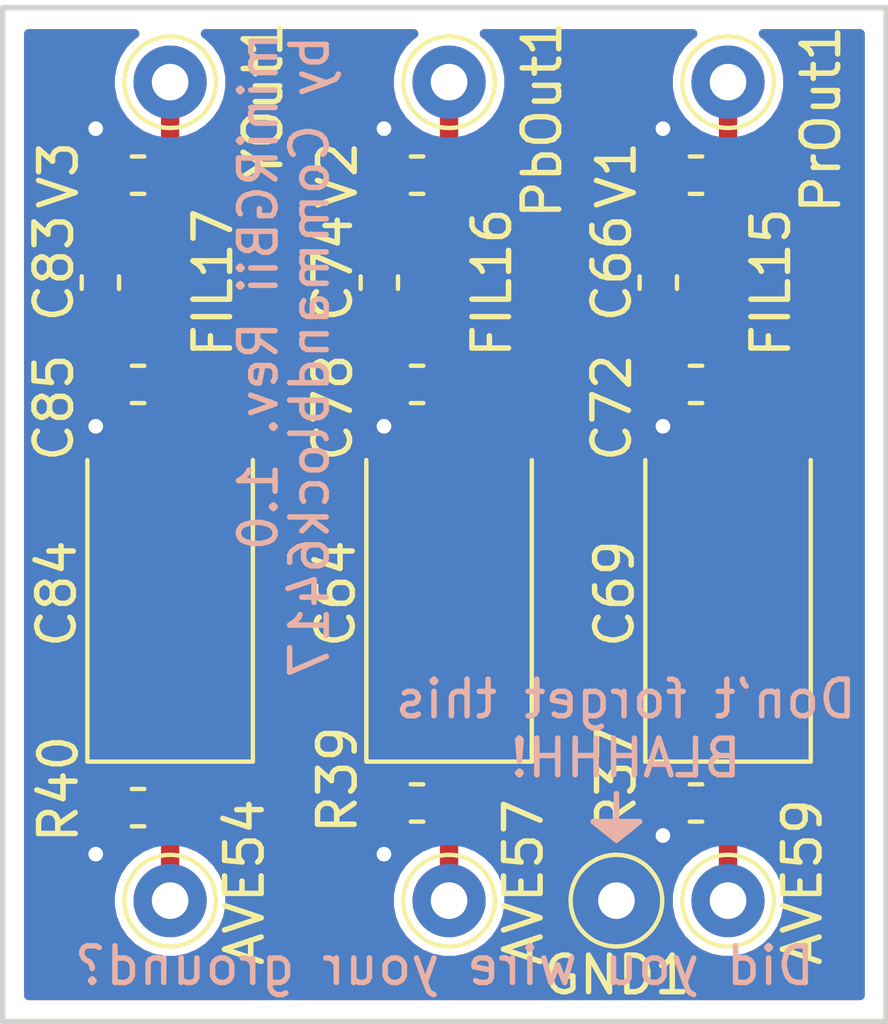
<source format=kicad_pcb>
(kicad_pcb (version 20171130) (host pcbnew "(5.1.5-0-10_14)")

  (general
    (thickness 1.6)
    (drawings 14)
    (tracks 33)
    (zones 0)
    (modules 25)
    (nets 12)
  )

  (page A4)
  (layers
    (0 F.Cu signal)
    (31 B.Cu signal)
    (32 B.Adhes user)
    (33 F.Adhes user)
    (34 B.Paste user)
    (35 F.Paste user)
    (36 B.SilkS user)
    (37 F.SilkS user)
    (38 B.Mask user)
    (39 F.Mask user)
    (40 Dwgs.User user)
    (41 Cmts.User user)
    (42 Eco1.User user)
    (43 Eco2.User user)
    (44 Edge.Cuts user)
    (45 Margin user)
    (46 B.CrtYd user)
    (47 F.CrtYd user)
    (48 B.Fab user)
    (49 F.Fab user)
  )

  (setup
    (last_trace_width 0.25)
    (user_trace_width 0.5)
    (trace_clearance 0.2)
    (zone_clearance 0.508)
    (zone_45_only no)
    (trace_min 0.2)
    (via_size 0.8)
    (via_drill 0.4)
    (via_min_size 0.4)
    (via_min_drill 0.3)
    (uvia_size 0.3)
    (uvia_drill 0.1)
    (uvias_allowed no)
    (uvia_min_size 0.2)
    (uvia_min_drill 0.1)
    (edge_width 0.15)
    (segment_width 0.2)
    (pcb_text_width 0.3)
    (pcb_text_size 1.5 1.5)
    (mod_edge_width 0.15)
    (mod_text_size 1 1)
    (mod_text_width 0.15)
    (pad_size 1.524 1.524)
    (pad_drill 0.762)
    (pad_to_mask_clearance 0.051)
    (solder_mask_min_width 0.25)
    (aux_axis_origin 0 0)
    (visible_elements FFFFFF7F)
    (pcbplotparams
      (layerselection 0x010fc_ffffffff)
      (usegerberextensions false)
      (usegerberattributes false)
      (usegerberadvancedattributes false)
      (creategerberjobfile true)
      (excludeedgelayer true)
      (linewidth 0.100000)
      (plotframeref false)
      (viasonmask false)
      (mode 1)
      (useauxorigin false)
      (hpglpennumber 1)
      (hpglpenspeed 20)
      (hpglpendiameter 15.000000)
      (psnegative false)
      (psa4output false)
      (plotreference true)
      (plotvalue true)
      (plotinvisibletext false)
      (padsonsilk false)
      (subtractmaskfromsilk false)
      (outputformat 5)
      (mirror false)
      (drillshape 0)
      (scaleselection 1)
      (outputdirectory "Gerbers/"))
  )

  (net 0 "")
  (net 1 "Net-(C66-Pad1)")
  (net 2 "Net-(C83-Pad1)")
  (net 3 "Net-(C64-Pad2)")
  (net 4 GND)
  (net 5 AVE54)
  (net 6 AVE57)
  (net 7 AVE59)
  (net 8 PrOut)
  (net 9 "Net-(C69-Pad2)")
  (net 10 PbOut)
  (net 11 YOut)

  (net_class Default "This is the default net class."
    (clearance 0.2)
    (trace_width 0.25)
    (via_dia 0.8)
    (via_drill 0.4)
    (uvia_dia 0.3)
    (uvia_drill 0.1)
    (add_net AVE54)
    (add_net AVE57)
    (add_net AVE59)
    (add_net "Net-(C64-Pad2)")
    (add_net "Net-(C66-Pad1)")
    (add_net "Net-(C69-Pad2)")
    (add_net "Net-(C83-Pad1)")
    (add_net PbOut)
    (add_net PrOut)
    (add_net YOut)
  )

  (net_class GND ""
    (clearance 0.4)
    (trace_width 0.5)
    (via_dia 0.8)
    (via_drill 0.4)
    (uvia_dia 0.3)
    (uvia_drill 0.1)
    (add_net GND)
  )

  (module Inductor_SMD:L_0402_1005Metric (layer F.Cu) (tedit 5B301BBE) (tstamp 5EFBC4B3)
    (at 132.715 96.534 270)
    (descr "Inductor SMD 0402 (1005 Metric), square (rectangular) end terminal, IPC_7351 nominal, (Body size source: http://www.tortai-tech.com/upload/download/2011102023233369053.pdf), generated with kicad-footprint-generator")
    (tags inductor)
    (path /5ED8BF7A)
    (attr smd)
    (fp_text reference FIL17 (at 0 -1.17 90) (layer F.SilkS)
      (effects (font (size 1 1) (thickness 0.15)))
    )
    (fp_text value 390nH (at 0 1.17 90) (layer F.Fab)
      (effects (font (size 1 1) (thickness 0.15)))
    )
    (fp_text user %R (at 0 0 90) (layer F.Fab)
      (effects (font (size 0.25 0.25) (thickness 0.04)))
    )
    (fp_line (start 0.93 0.47) (end -0.93 0.47) (layer F.CrtYd) (width 0.05))
    (fp_line (start 0.93 -0.47) (end 0.93 0.47) (layer F.CrtYd) (width 0.05))
    (fp_line (start -0.93 -0.47) (end 0.93 -0.47) (layer F.CrtYd) (width 0.05))
    (fp_line (start -0.93 0.47) (end -0.93 -0.47) (layer F.CrtYd) (width 0.05))
    (fp_line (start 0.5 0.25) (end -0.5 0.25) (layer F.Fab) (width 0.1))
    (fp_line (start 0.5 -0.25) (end 0.5 0.25) (layer F.Fab) (width 0.1))
    (fp_line (start -0.5 -0.25) (end 0.5 -0.25) (layer F.Fab) (width 0.1))
    (fp_line (start -0.5 0.25) (end -0.5 -0.25) (layer F.Fab) (width 0.1))
    (pad 2 smd roundrect (at 0.485 0 270) (size 0.59 0.64) (layers F.Cu F.Paste F.Mask) (roundrect_rratio 0.25)
      (net 2 "Net-(C83-Pad1)"))
    (pad 1 smd roundrect (at -0.485 0 270) (size 0.59 0.64) (layers F.Cu F.Paste F.Mask) (roundrect_rratio 0.25)
      (net 11 YOut))
    (model ${KISYS3DMOD}/Inductor_SMD.3dshapes/L_0402_1005Metric.wrl
      (at (xyz 0 0 0))
      (scale (xyz 1 1 1))
      (rotate (xyz 0 0 0))
    )
  )

  (module Inductor_SMD:L_0402_1005Metric (layer F.Cu) (tedit 5B301BBE) (tstamp 5F075F4F)
    (at 140.335 96.534 270)
    (descr "Inductor SMD 0402 (1005 Metric), square (rectangular) end terminal, IPC_7351 nominal, (Body size source: http://www.tortai-tech.com/upload/download/2011102023233369053.pdf), generated with kicad-footprint-generator")
    (tags inductor)
    (path /5ED92757)
    (attr smd)
    (fp_text reference FIL16 (at 0 -1.17 90) (layer F.SilkS)
      (effects (font (size 1 1) (thickness 0.15)))
    )
    (fp_text value 390nH (at 0 1.17 90) (layer F.Fab)
      (effects (font (size 1 1) (thickness 0.15)))
    )
    (fp_text user %R (at 0 0 90) (layer F.Fab)
      (effects (font (size 0.25 0.25) (thickness 0.04)))
    )
    (fp_line (start 0.93 0.47) (end -0.93 0.47) (layer F.CrtYd) (width 0.05))
    (fp_line (start 0.93 -0.47) (end 0.93 0.47) (layer F.CrtYd) (width 0.05))
    (fp_line (start -0.93 -0.47) (end 0.93 -0.47) (layer F.CrtYd) (width 0.05))
    (fp_line (start -0.93 0.47) (end -0.93 -0.47) (layer F.CrtYd) (width 0.05))
    (fp_line (start 0.5 0.25) (end -0.5 0.25) (layer F.Fab) (width 0.1))
    (fp_line (start 0.5 -0.25) (end 0.5 0.25) (layer F.Fab) (width 0.1))
    (fp_line (start -0.5 -0.25) (end 0.5 -0.25) (layer F.Fab) (width 0.1))
    (fp_line (start -0.5 0.25) (end -0.5 -0.25) (layer F.Fab) (width 0.1))
    (pad 2 smd roundrect (at 0.485 0 270) (size 0.59 0.64) (layers F.Cu F.Paste F.Mask) (roundrect_rratio 0.25)
      (net 9 "Net-(C69-Pad2)"))
    (pad 1 smd roundrect (at -0.485 0 270) (size 0.59 0.64) (layers F.Cu F.Paste F.Mask) (roundrect_rratio 0.25)
      (net 10 PbOut))
    (model ${KISYS3DMOD}/Inductor_SMD.3dshapes/L_0402_1005Metric.wrl
      (at (xyz 0 0 0))
      (scale (xyz 1 1 1))
      (rotate (xyz 0 0 0))
    )
  )

  (module Inductor_SMD:L_0402_1005Metric (layer F.Cu) (tedit 5B301BBE) (tstamp 5EFBC491)
    (at 147.955 96.534 270)
    (descr "Inductor SMD 0402 (1005 Metric), square (rectangular) end terminal, IPC_7351 nominal, (Body size source: http://www.tortai-tech.com/upload/download/2011102023233369053.pdf), generated with kicad-footprint-generator")
    (tags inductor)
    (path /5ED97240)
    (attr smd)
    (fp_text reference FIL15 (at 0 -1.17 90) (layer F.SilkS)
      (effects (font (size 1 1) (thickness 0.15)))
    )
    (fp_text value 390nH (at 0 1.17 90) (layer F.Fab)
      (effects (font (size 1 1) (thickness 0.15)))
    )
    (fp_text user %R (at 0 0 90) (layer F.Fab)
      (effects (font (size 0.25 0.25) (thickness 0.04)))
    )
    (fp_line (start 0.93 0.47) (end -0.93 0.47) (layer F.CrtYd) (width 0.05))
    (fp_line (start 0.93 -0.47) (end 0.93 0.47) (layer F.CrtYd) (width 0.05))
    (fp_line (start -0.93 -0.47) (end 0.93 -0.47) (layer F.CrtYd) (width 0.05))
    (fp_line (start -0.93 0.47) (end -0.93 -0.47) (layer F.CrtYd) (width 0.05))
    (fp_line (start 0.5 0.25) (end -0.5 0.25) (layer F.Fab) (width 0.1))
    (fp_line (start 0.5 -0.25) (end 0.5 0.25) (layer F.Fab) (width 0.1))
    (fp_line (start -0.5 -0.25) (end 0.5 -0.25) (layer F.Fab) (width 0.1))
    (fp_line (start -0.5 0.25) (end -0.5 -0.25) (layer F.Fab) (width 0.1))
    (pad 2 smd roundrect (at 0.485 0 270) (size 0.59 0.64) (layers F.Cu F.Paste F.Mask) (roundrect_rratio 0.25)
      (net 3 "Net-(C64-Pad2)"))
    (pad 1 smd roundrect (at -0.485 0 270) (size 0.59 0.64) (layers F.Cu F.Paste F.Mask) (roundrect_rratio 0.25)
      (net 8 PrOut))
    (model ${KISYS3DMOD}/Inductor_SMD.3dshapes/L_0402_1005Metric.wrl
      (at (xyz 0 0 0))
      (scale (xyz 1 1 1))
      (rotate (xyz 0 0 0))
    )
  )

  (module Capacitor_Tantalum_SMD:CP_EIA-7343-15_Kemet-W_Pad2.25x2.55mm_HandSolder (layer F.Cu) (tedit 5B301BBE) (tstamp 5F077B80)
    (at 132.715 105.029 90)
    (descr "Tantalum Capacitor SMD Kemet-W (7343-15 Metric), IPC_7351 nominal, (Body size from: http://www.kemet.com/Lists/ProductCatalog/Attachments/253/KEM_TC101_STD.pdf), generated with kicad-footprint-generator")
    (tags "capacitor tantalum")
    (path /5ED1F3C6)
    (attr smd)
    (fp_text reference C84 (at 0 -3.1 90) (layer F.SilkS)
      (effects (font (size 1 1) (thickness 0.15)))
    )
    (fp_text value 220μF (at 0 3.1 90) (layer F.Fab)
      (effects (font (size 1 1) (thickness 0.15)))
    )
    (fp_text user %R (at 0 0 90) (layer F.Fab)
      (effects (font (size 1 1) (thickness 0.15)))
    )
    (fp_line (start 4.58 2.4) (end -4.58 2.4) (layer F.CrtYd) (width 0.05))
    (fp_line (start 4.58 -2.4) (end 4.58 2.4) (layer F.CrtYd) (width 0.05))
    (fp_line (start -4.58 -2.4) (end 4.58 -2.4) (layer F.CrtYd) (width 0.05))
    (fp_line (start -4.58 2.4) (end -4.58 -2.4) (layer F.CrtYd) (width 0.05))
    (fp_line (start -4.585 2.26) (end 3.65 2.26) (layer F.SilkS) (width 0.12))
    (fp_line (start -4.585 -2.26) (end -4.585 2.26) (layer F.SilkS) (width 0.12))
    (fp_line (start 3.65 -2.26) (end -4.585 -2.26) (layer F.SilkS) (width 0.12))
    (fp_line (start 3.65 2.15) (end 3.65 -2.15) (layer F.Fab) (width 0.1))
    (fp_line (start -3.65 2.15) (end 3.65 2.15) (layer F.Fab) (width 0.1))
    (fp_line (start -3.65 -1.15) (end -3.65 2.15) (layer F.Fab) (width 0.1))
    (fp_line (start -2.65 -2.15) (end -3.65 -1.15) (layer F.Fab) (width 0.1))
    (fp_line (start 3.65 -2.15) (end -2.65 -2.15) (layer F.Fab) (width 0.1))
    (pad 2 smd roundrect (at 3.2 0 90) (size 2.25 2.55) (layers F.Cu F.Paste F.Mask) (roundrect_rratio 0.111111)
      (net 2 "Net-(C83-Pad1)"))
    (pad 1 smd roundrect (at -3.2 0 90) (size 2.25 2.55) (layers F.Cu F.Paste F.Mask) (roundrect_rratio 0.111111)
      (net 5 AVE54))
    (model ${KISYS3DMOD}/Capacitor_Tantalum_SMD.3dshapes/CP_EIA-7343-15_Kemet-W.wrl
      (at (xyz 0 0 0))
      (scale (xyz 1 1 1))
      (rotate (xyz 0 0 0))
    )
  )

  (module Capacitor_Tantalum_SMD:CP_EIA-7343-15_Kemet-W_Pad2.25x2.55mm_HandSolder (layer F.Cu) (tedit 5B301BBE) (tstamp 5EFBC569)
    (at 147.955 105.029 90)
    (descr "Tantalum Capacitor SMD Kemet-W (7343-15 Metric), IPC_7351 nominal, (Body size from: http://www.kemet.com/Lists/ProductCatalog/Attachments/253/KEM_TC101_STD.pdf), generated with kicad-footprint-generator")
    (tags "capacitor tantalum")
    (path /5ED1DC64)
    (attr smd)
    (fp_text reference C69 (at 0 -3.1 90) (layer F.SilkS)
      (effects (font (size 1 1) (thickness 0.15)))
    )
    (fp_text value 220μF (at 0 3.1 90) (layer F.Fab)
      (effects (font (size 1 1) (thickness 0.15)))
    )
    (fp_text user %R (at 0 0 90) (layer F.Fab)
      (effects (font (size 1 1) (thickness 0.15)))
    )
    (fp_line (start 4.58 2.4) (end -4.58 2.4) (layer F.CrtYd) (width 0.05))
    (fp_line (start 4.58 -2.4) (end 4.58 2.4) (layer F.CrtYd) (width 0.05))
    (fp_line (start -4.58 -2.4) (end 4.58 -2.4) (layer F.CrtYd) (width 0.05))
    (fp_line (start -4.58 2.4) (end -4.58 -2.4) (layer F.CrtYd) (width 0.05))
    (fp_line (start -4.585 2.26) (end 3.65 2.26) (layer F.SilkS) (width 0.12))
    (fp_line (start -4.585 -2.26) (end -4.585 2.26) (layer F.SilkS) (width 0.12))
    (fp_line (start 3.65 -2.26) (end -4.585 -2.26) (layer F.SilkS) (width 0.12))
    (fp_line (start 3.65 2.15) (end 3.65 -2.15) (layer F.Fab) (width 0.1))
    (fp_line (start -3.65 2.15) (end 3.65 2.15) (layer F.Fab) (width 0.1))
    (fp_line (start -3.65 -1.15) (end -3.65 2.15) (layer F.Fab) (width 0.1))
    (fp_line (start -2.65 -2.15) (end -3.65 -1.15) (layer F.Fab) (width 0.1))
    (fp_line (start 3.65 -2.15) (end -2.65 -2.15) (layer F.Fab) (width 0.1))
    (pad 2 smd roundrect (at 3.2 0 90) (size 2.25 2.55) (layers F.Cu F.Paste F.Mask) (roundrect_rratio 0.111111)
      (net 9 "Net-(C69-Pad2)"))
    (pad 1 smd roundrect (at -3.2 0 90) (size 2.25 2.55) (layers F.Cu F.Paste F.Mask) (roundrect_rratio 0.111111)
      (net 7 AVE59))
    (model ${KISYS3DMOD}/Capacitor_Tantalum_SMD.3dshapes/CP_EIA-7343-15_Kemet-W.wrl
      (at (xyz 0 0 0))
      (scale (xyz 1 1 1))
      (rotate (xyz 0 0 0))
    )
  )

  (module Capacitor_Tantalum_SMD:CP_EIA-7343-15_Kemet-W_Pad2.25x2.55mm_HandSolder (layer F.Cu) (tedit 5B301BBE) (tstamp 5F075DB2)
    (at 140.335 105.029 90)
    (descr "Tantalum Capacitor SMD Kemet-W (7343-15 Metric), IPC_7351 nominal, (Body size from: http://www.kemet.com/Lists/ProductCatalog/Attachments/253/KEM_TC101_STD.pdf), generated with kicad-footprint-generator")
    (tags "capacitor tantalum")
    (path /5ED1E557)
    (attr smd)
    (fp_text reference C64 (at 0 -3.1 90) (layer F.SilkS)
      (effects (font (size 1 1) (thickness 0.15)))
    )
    (fp_text value 220μF (at 0 3.1 90) (layer F.Fab)
      (effects (font (size 1 1) (thickness 0.15)))
    )
    (fp_text user %R (at 0 0 90) (layer F.Fab)
      (effects (font (size 1 1) (thickness 0.15)))
    )
    (fp_line (start 4.58 2.4) (end -4.58 2.4) (layer F.CrtYd) (width 0.05))
    (fp_line (start 4.58 -2.4) (end 4.58 2.4) (layer F.CrtYd) (width 0.05))
    (fp_line (start -4.58 -2.4) (end 4.58 -2.4) (layer F.CrtYd) (width 0.05))
    (fp_line (start -4.58 2.4) (end -4.58 -2.4) (layer F.CrtYd) (width 0.05))
    (fp_line (start -4.585 2.26) (end 3.65 2.26) (layer F.SilkS) (width 0.12))
    (fp_line (start -4.585 -2.26) (end -4.585 2.26) (layer F.SilkS) (width 0.12))
    (fp_line (start 3.65 -2.26) (end -4.585 -2.26) (layer F.SilkS) (width 0.12))
    (fp_line (start 3.65 2.15) (end 3.65 -2.15) (layer F.Fab) (width 0.1))
    (fp_line (start -3.65 2.15) (end 3.65 2.15) (layer F.Fab) (width 0.1))
    (fp_line (start -3.65 -1.15) (end -3.65 2.15) (layer F.Fab) (width 0.1))
    (fp_line (start -2.65 -2.15) (end -3.65 -1.15) (layer F.Fab) (width 0.1))
    (fp_line (start 3.65 -2.15) (end -2.65 -2.15) (layer F.Fab) (width 0.1))
    (pad 2 smd roundrect (at 3.2 0 90) (size 2.25 2.55) (layers F.Cu F.Paste F.Mask) (roundrect_rratio 0.111111)
      (net 3 "Net-(C64-Pad2)"))
    (pad 1 smd roundrect (at -3.2 0 90) (size 2.25 2.55) (layers F.Cu F.Paste F.Mask) (roundrect_rratio 0.111111)
      (net 6 AVE57))
    (model ${KISYS3DMOD}/Capacitor_Tantalum_SMD.3dshapes/CP_EIA-7343-15_Kemet-W.wrl
      (at (xyz 0 0 0))
      (scale (xyz 1 1 1))
      (rotate (xyz 0 0 0))
    )
  )

  (module Connector_Pin:Pin_D1.0mm_L10.0mm (layer F.Cu) (tedit 5A1DC084) (tstamp 5F073F42)
    (at 144.907 113.411 180)
    (descr "solder Pin_ diameter 1.0mm, hole diameter 1.0mm (press fit), length 10.0mm")
    (tags "solder Pin_ press fit")
    (path /5F08705D)
    (fp_text reference GND1 (at 0 -2.032) (layer F.SilkS)
      (effects (font (size 1 1) (thickness 0.15)))
    )
    (fp_text value TestPoint (at 0 -2.05) (layer F.Fab) hide
      (effects (font (size 1 1) (thickness 0.15)))
    )
    (fp_circle (center 0 0) (end 1.25 0.05) (layer F.SilkS) (width 0.12))
    (fp_circle (center 0 0) (end 1 0) (layer F.Fab) (width 0.12))
    (fp_circle (center 0 0) (end 0.5 0) (layer F.Fab) (width 0.12))
    (fp_circle (center 0 0) (end 1.5 0) (layer F.CrtYd) (width 0.05))
    (fp_text user %R (at 0 -2.032) (layer F.Fab)
      (effects (font (size 1 1) (thickness 0.15)))
    )
    (pad 1 thru_hole circle (at 0 0 180) (size 2 2) (drill 1) (layers *.Cu *.Mask)
      (net 4 GND))
    (model ${KISYS3DMOD}/Connector_Pin.3dshapes/Pin_D1.0mm_L10.0mm.wrl
      (at (xyz 0 0 0))
      (scale (xyz 1 1 1))
      (rotate (xyz 0 0 0))
    )
  )

  (module Resistor_SMD:R_0603_1608Metric_Pad1.05x0.95mm_HandSolder (layer F.Cu) (tedit 5B301BBD) (tstamp 5F075FFA)
    (at 139.46 110.744 180)
    (descr "Resistor SMD 0603 (1608 Metric), square (rectangular) end terminal, IPC_7351 nominal with elongated pad for handsoldering. (Body size source: http://www.tortai-tech.com/upload/download/2011102023233369053.pdf), generated with kicad-footprint-generator")
    (tags "resistor handsolder")
    (path /5ED7DC27)
    (attr smd)
    (fp_text reference R39 (at 2.173 0.635 270) (layer F.SilkS)
      (effects (font (size 1 1) (thickness 0.15)))
    )
    (fp_text value 75Ω (at 0 1.43) (layer F.Fab)
      (effects (font (size 1 1) (thickness 0.15)))
    )
    (fp_line (start -0.8 0.4) (end -0.8 -0.4) (layer F.Fab) (width 0.1))
    (fp_line (start -0.8 -0.4) (end 0.8 -0.4) (layer F.Fab) (width 0.1))
    (fp_line (start 0.8 -0.4) (end 0.8 0.4) (layer F.Fab) (width 0.1))
    (fp_line (start 0.8 0.4) (end -0.8 0.4) (layer F.Fab) (width 0.1))
    (fp_line (start -0.171267 -0.51) (end 0.171267 -0.51) (layer F.SilkS) (width 0.12))
    (fp_line (start -0.171267 0.51) (end 0.171267 0.51) (layer F.SilkS) (width 0.12))
    (fp_line (start -1.65 0.73) (end -1.65 -0.73) (layer F.CrtYd) (width 0.05))
    (fp_line (start -1.65 -0.73) (end 1.65 -0.73) (layer F.CrtYd) (width 0.05))
    (fp_line (start 1.65 -0.73) (end 1.65 0.73) (layer F.CrtYd) (width 0.05))
    (fp_line (start 1.65 0.73) (end -1.65 0.73) (layer F.CrtYd) (width 0.05))
    (fp_text user %R (at 0 0 180) (layer F.Fab)
      (effects (font (size 0.4 0.4) (thickness 0.06)))
    )
    (pad 1 smd roundrect (at -0.875 0 180) (size 1.05 0.95) (layers F.Cu F.Paste F.Mask) (roundrect_rratio 0.25)
      (net 6 AVE57))
    (pad 2 smd roundrect (at 0.875 0 180) (size 1.05 0.95) (layers F.Cu F.Paste F.Mask) (roundrect_rratio 0.25)
      (net 4 GND))
    (model ${KISYS3DMOD}/Resistor_SMD.3dshapes/R_0603_1608Metric.wrl
      (at (xyz 0 0 0))
      (scale (xyz 1 1 1))
      (rotate (xyz 0 0 0))
    )
  )

  (module Connector_Pin:Pin_D1.0mm_L10.0mm (layer F.Cu) (tedit 5A1DC084) (tstamp 5F075356)
    (at 132.715 91.059)
    (descr "solder Pin_ diameter 1.0mm, hole diameter 1.0mm (press fit), length 10.0mm")
    (tags "solder Pin_ press fit")
    (path /5F0741C2)
    (fp_text reference YOut1 (at 2.54 0.508 90) (layer F.SilkS)
      (effects (font (size 1 1) (thickness 0.15)))
    )
    (fp_text value TestPoint (at 0 2.54) (layer F.Fab) hide
      (effects (font (size 1 1) (thickness 0.15)))
    )
    (fp_circle (center 0 0) (end 1.25 0.05) (layer F.SilkS) (width 0.12))
    (fp_circle (center 0 0) (end 1 0) (layer F.Fab) (width 0.12))
    (fp_circle (center 0 0) (end 0.5 0) (layer F.Fab) (width 0.12))
    (fp_circle (center 0 0) (end 1.5 0) (layer F.CrtYd) (width 0.05))
    (fp_text user %R (at 2.54 0.508 90) (layer F.Fab)
      (effects (font (size 1 1) (thickness 0.15)))
    )
    (pad 1 thru_hole circle (at 0 0) (size 2 2) (drill 1) (layers *.Cu *.Mask)
      (net 11 YOut))
    (model ${KISYS3DMOD}/Connector_Pin.3dshapes/Pin_D1.0mm_L10.0mm.wrl
      (at (xyz 0 0 0))
      (scale (xyz 1 1 1))
      (rotate (xyz 0 0 0))
    )
  )

  (module Connector_Pin:Pin_D1.0mm_L10.0mm (layer F.Cu) (tedit 5A1DC084) (tstamp 5F07528C)
    (at 147.955 91.059)
    (descr "solder Pin_ diameter 1.0mm, hole diameter 1.0mm (press fit), length 10.0mm")
    (tags "solder Pin_ press fit")
    (path /5F073B67)
    (fp_text reference PrOut1 (at 2.54 1.016 90) (layer F.SilkS)
      (effects (font (size 1 1) (thickness 0.15)))
    )
    (fp_text value TestPoint (at 0 2.54) (layer F.Fab) hide
      (effects (font (size 1 1) (thickness 0.15)))
    )
    (fp_circle (center 0 0) (end 1.25 0.05) (layer F.SilkS) (width 0.12))
    (fp_circle (center 0 0) (end 1 0) (layer F.Fab) (width 0.12))
    (fp_circle (center 0 0) (end 0.5 0) (layer F.Fab) (width 0.12))
    (fp_circle (center 0 0) (end 1.5 0) (layer F.CrtYd) (width 0.05))
    (fp_text user %R (at 2.54 1.016 90) (layer F.Fab)
      (effects (font (size 1 1) (thickness 0.15)))
    )
    (pad 1 thru_hole circle (at 0 0) (size 2 2) (drill 1) (layers *.Cu *.Mask)
      (net 8 PrOut))
    (model ${KISYS3DMOD}/Connector_Pin.3dshapes/Pin_D1.0mm_L10.0mm.wrl
      (at (xyz 0 0 0))
      (scale (xyz 1 1 1))
      (rotate (xyz 0 0 0))
    )
  )

  (module Connector_Pin:Pin_D1.0mm_L10.0mm (layer F.Cu) (tedit 5A1DC084) (tstamp 5F075E24)
    (at 140.335 91.059)
    (descr "solder Pin_ diameter 1.0mm, hole diameter 1.0mm (press fit), length 10.0mm")
    (tags "solder Pin_ press fit")
    (path /5F073E3F)
    (fp_text reference PbOut1 (at 2.54 1.016 90) (layer F.SilkS)
      (effects (font (size 1 1) (thickness 0.15)))
    )
    (fp_text value TestPoint (at 0 2.54) (layer F.Fab) hide
      (effects (font (size 1 1) (thickness 0.15)))
    )
    (fp_circle (center 0 0) (end 1.25 0.05) (layer F.SilkS) (width 0.12))
    (fp_circle (center 0 0) (end 1 0) (layer F.Fab) (width 0.12))
    (fp_circle (center 0 0) (end 0.5 0) (layer F.Fab) (width 0.12))
    (fp_circle (center 0 0) (end 1.5 0) (layer F.CrtYd) (width 0.05))
    (fp_text user %R (at 2.54 1.016 90) (layer F.Fab)
      (effects (font (size 1 1) (thickness 0.15)))
    )
    (pad 1 thru_hole circle (at 0 0) (size 2 2) (drill 1) (layers *.Cu *.Mask)
      (net 10 PbOut))
    (model ${KISYS3DMOD}/Connector_Pin.3dshapes/Pin_D1.0mm_L10.0mm.wrl
      (at (xyz 0 0 0))
      (scale (xyz 1 1 1))
      (rotate (xyz 0 0 0))
    )
  )

  (module Connector_Pin:Pin_D1.0mm_L10.0mm (layer F.Cu) (tedit 5A1DC084) (tstamp 5F07506E)
    (at 147.955 113.411)
    (descr "solder Pin_ diameter 1.0mm, hole diameter 1.0mm (press fit), length 10.0mm")
    (tags "solder Pin_ press fit")
    (path /5F07282D)
    (fp_text reference AVE59 (at 2.032 -0.508 90) (layer F.SilkS)
      (effects (font (size 1 1) (thickness 0.15)))
    )
    (fp_text value TestPoint (at 0 -2.05) (layer F.Fab) hide
      (effects (font (size 1 1) (thickness 0.15)))
    )
    (fp_circle (center 0 0) (end 1.25 0.05) (layer F.SilkS) (width 0.12))
    (fp_circle (center 0 0) (end 1 0) (layer F.Fab) (width 0.12))
    (fp_circle (center 0 0) (end 0.5 0) (layer F.Fab) (width 0.12))
    (fp_circle (center 0 0) (end 1.5 0) (layer F.CrtYd) (width 0.05))
    (fp_text user %R (at 2.032 -0.508 90) (layer F.Fab)
      (effects (font (size 1 1) (thickness 0.15)))
    )
    (pad 1 thru_hole circle (at 0 0) (size 2 2) (drill 1) (layers *.Cu *.Mask)
      (net 7 AVE59))
    (model ${KISYS3DMOD}/Connector_Pin.3dshapes/Pin_D1.0mm_L10.0mm.wrl
      (at (xyz 0 0 0))
      (scale (xyz 1 1 1))
      (rotate (xyz 0 0 0))
    )
  )

  (module Connector_Pin:Pin_D1.0mm_L10.0mm (layer F.Cu) (tedit 5A1DC084) (tstamp 5F075FD8)
    (at 140.335 113.411)
    (descr "solder Pin_ diameter 1.0mm, hole diameter 1.0mm (press fit), length 10.0mm")
    (tags "solder Pin_ press fit")
    (path /5F07337D)
    (fp_text reference AVE57 (at 2.032 -0.508 90) (layer F.SilkS)
      (effects (font (size 1 1) (thickness 0.15)))
    )
    (fp_text value TestPoint (at 0 -2.05) (layer F.Fab) hide
      (effects (font (size 1 1) (thickness 0.15)))
    )
    (fp_circle (center 0 0) (end 1.25 0.05) (layer F.SilkS) (width 0.12))
    (fp_circle (center 0 0) (end 1 0) (layer F.Fab) (width 0.12))
    (fp_circle (center 0 0) (end 0.5 0) (layer F.Fab) (width 0.12))
    (fp_circle (center 0 0) (end 1.5 0) (layer F.CrtYd) (width 0.05))
    (fp_text user %R (at 2.032 -0.508 90) (layer F.Fab)
      (effects (font (size 1 1) (thickness 0.15)))
    )
    (pad 1 thru_hole circle (at 0 0) (size 2 2) (drill 1) (layers *.Cu *.Mask)
      (net 6 AVE57))
    (model ${KISYS3DMOD}/Connector_Pin.3dshapes/Pin_D1.0mm_L10.0mm.wrl
      (at (xyz 0 0 0))
      (scale (xyz 1 1 1))
      (rotate (xyz 0 0 0))
    )
  )

  (module Connector_Pin:Pin_D1.0mm_L10.0mm (layer F.Cu) (tedit 5A1DC084) (tstamp 5F07505A)
    (at 132.715 113.411)
    (descr "solder Pin_ diameter 1.0mm, hole diameter 1.0mm (press fit), length 10.0mm")
    (tags "solder Pin_ press fit")
    (path /5F0737D1)
    (fp_text reference AVE54 (at 2.032 -0.508 90) (layer F.SilkS)
      (effects (font (size 1 1) (thickness 0.15)))
    )
    (fp_text value TestPoint (at 0 -2.05) (layer F.Fab) hide
      (effects (font (size 1 1) (thickness 0.15)))
    )
    (fp_circle (center 0 0) (end 1.25 0.05) (layer F.SilkS) (width 0.12))
    (fp_circle (center 0 0) (end 1 0) (layer F.Fab) (width 0.12))
    (fp_circle (center 0 0) (end 0.5 0) (layer F.Fab) (width 0.12))
    (fp_circle (center 0 0) (end 1.5 0) (layer F.CrtYd) (width 0.05))
    (fp_text user %R (at 2.032 -0.508 90) (layer F.Fab)
      (effects (font (size 1 1) (thickness 0.15)))
    )
    (pad 1 thru_hole circle (at 0 0) (size 2 2) (drill 1) (layers *.Cu *.Mask)
      (net 5 AVE54))
    (model ${KISYS3DMOD}/Connector_Pin.3dshapes/Pin_D1.0mm_L10.0mm.wrl
      (at (xyz 0 0 0))
      (scale (xyz 1 1 1))
      (rotate (xyz 0 0 0))
    )
  )

  (module Resistor_SMD:R_0603_1608Metric_Pad1.05x0.95mm_HandSolder (layer F.Cu) (tedit 5EFB79D1) (tstamp 5EFBD3A5)
    (at 147.08 93.599)
    (descr "Resistor SMD 0603 (1608 Metric), square (rectangular) end terminal, IPC_7351 nominal with elongated pad for handsoldering. (Body size source: http://www.tortai-tech.com/upload/download/2011102023233369053.pdf), generated with kicad-footprint-generator")
    (tags "resistor handsolder")
    (path /5ECCFB08)
    (attr smd)
    (fp_text reference V1 (at -2.173 0 90) (layer F.SilkS)
      (effects (font (size 1 1) (thickness 0.15)))
    )
    (fp_text value Varistor (at 0 1.43 180) (layer F.Fab) hide
      (effects (font (size 1 1) (thickness 0.15)))
    )
    (fp_line (start -0.8 0.4) (end -0.8 -0.4) (layer F.Fab) (width 0.1))
    (fp_line (start -0.8 -0.4) (end 0.8 -0.4) (layer F.Fab) (width 0.1))
    (fp_line (start 0.8 -0.4) (end 0.8 0.4) (layer F.Fab) (width 0.1))
    (fp_line (start 0.8 0.4) (end -0.8 0.4) (layer F.Fab) (width 0.1))
    (fp_line (start -0.171267 -0.51) (end 0.171267 -0.51) (layer F.SilkS) (width 0.12))
    (fp_line (start -0.171267 0.51) (end 0.171267 0.51) (layer F.SilkS) (width 0.12))
    (fp_line (start -1.65 0.73) (end -1.65 -0.73) (layer F.CrtYd) (width 0.05))
    (fp_line (start -1.65 -0.73) (end 1.65 -0.73) (layer F.CrtYd) (width 0.05))
    (fp_line (start 1.65 -0.73) (end 1.65 0.73) (layer F.CrtYd) (width 0.05))
    (fp_line (start 1.65 0.73) (end -1.65 0.73) (layer F.CrtYd) (width 0.05))
    (fp_text user %R (at 0 0 180) (layer F.Fab)
      (effects (font (size 0.4 0.4) (thickness 0.06)))
    )
    (pad 1 smd roundrect (at -0.875 0) (size 1.05 0.95) (layers F.Cu F.Paste F.Mask) (roundrect_rratio 0.25)
      (net 4 GND))
    (pad 2 smd roundrect (at 0.875 0) (size 1.05 0.95) (layers F.Cu F.Paste F.Mask) (roundrect_rratio 0.25)
      (net 8 PrOut))
    (model ${KISYS3DMOD}/Resistor_SMD.3dshapes/R_0603_1608Metric.wrl
      (at (xyz 0 0 0))
      (scale (xyz 1 1 1))
      (rotate (xyz 0 0 0))
    )
  )

  (module Capacitor_SMD:C_0603_1608Metric_Pad1.05x0.95mm_HandSolder (layer F.Cu) (tedit 5EFB7864) (tstamp 5EFBC519)
    (at 131.84 99.314)
    (descr "Capacitor SMD 0603 (1608 Metric), square (rectangular) end terminal, IPC_7351 nominal with elongated pad for handsoldering. (Body size source: http://www.tortai-tech.com/upload/download/2011102023233369053.pdf), generated with kicad-footprint-generator")
    (tags "capacitor handsolder")
    (path /5ECF6BC3)
    (attr smd)
    (fp_text reference C85 (at -2.3 0.635 90) (layer F.SilkS)
      (effects (font (size 1 1) (thickness 0.15)))
    )
    (fp_text value 100pF (at 0 1.43 180) (layer F.Fab) hide
      (effects (font (size 1 1) (thickness 0.15)))
    )
    (fp_text user %R (at 0 0 180) (layer F.Fab)
      (effects (font (size 0.4 0.4) (thickness 0.06)))
    )
    (fp_line (start 1.65 0.73) (end -1.65 0.73) (layer F.CrtYd) (width 0.05))
    (fp_line (start 1.65 -0.73) (end 1.65 0.73) (layer F.CrtYd) (width 0.05))
    (fp_line (start -1.65 -0.73) (end 1.65 -0.73) (layer F.CrtYd) (width 0.05))
    (fp_line (start -1.65 0.73) (end -1.65 -0.73) (layer F.CrtYd) (width 0.05))
    (fp_line (start -0.171267 0.51) (end 0.171267 0.51) (layer F.SilkS) (width 0.12))
    (fp_line (start -0.171267 -0.51) (end 0.171267 -0.51) (layer F.SilkS) (width 0.12))
    (fp_line (start 0.8 0.4) (end -0.8 0.4) (layer F.Fab) (width 0.1))
    (fp_line (start 0.8 -0.4) (end 0.8 0.4) (layer F.Fab) (width 0.1))
    (fp_line (start -0.8 -0.4) (end 0.8 -0.4) (layer F.Fab) (width 0.1))
    (fp_line (start -0.8 0.4) (end -0.8 -0.4) (layer F.Fab) (width 0.1))
    (pad 2 smd roundrect (at 0.875 0) (size 1.05 0.95) (layers F.Cu F.Paste F.Mask) (roundrect_rratio 0.25)
      (net 2 "Net-(C83-Pad1)"))
    (pad 1 smd roundrect (at -0.875 0) (size 1.05 0.95) (layers F.Cu F.Paste F.Mask) (roundrect_rratio 0.25)
      (net 4 GND))
    (model ${KISYS3DMOD}/Capacitor_SMD.3dshapes/C_0603_1608Metric.wrl
      (at (xyz 0 0 0))
      (scale (xyz 1 1 1))
      (rotate (xyz 0 0 0))
    )
  )

  (module Capacitor_SMD:C_0603_1608Metric_Pad1.05x0.95mm_HandSolder (layer F.Cu) (tedit 5EFB786C) (tstamp 5F07A1C6)
    (at 130.81 96.534 90)
    (descr "Capacitor SMD 0603 (1608 Metric), square (rectangular) end terminal, IPC_7351 nominal with elongated pad for handsoldering. (Body size source: http://www.tortai-tech.com/upload/download/2011102023233369053.pdf), generated with kicad-footprint-generator")
    (tags "capacitor handsolder")
    (path /5ECF6BB9)
    (attr smd)
    (fp_text reference C83 (at 0.395 -1.27 90) (layer F.SilkS)
      (effects (font (size 1 1) (thickness 0.15)))
    )
    (fp_text value 50pF (at 0 1.43 270) (layer F.Fab) hide
      (effects (font (size 1 1) (thickness 0.15)))
    )
    (fp_line (start -0.8 0.4) (end -0.8 -0.4) (layer F.Fab) (width 0.1))
    (fp_line (start -0.8 -0.4) (end 0.8 -0.4) (layer F.Fab) (width 0.1))
    (fp_line (start 0.8 -0.4) (end 0.8 0.4) (layer F.Fab) (width 0.1))
    (fp_line (start 0.8 0.4) (end -0.8 0.4) (layer F.Fab) (width 0.1))
    (fp_line (start -0.171267 -0.51) (end 0.171267 -0.51) (layer F.SilkS) (width 0.12))
    (fp_line (start -0.171267 0.51) (end 0.171267 0.51) (layer F.SilkS) (width 0.12))
    (fp_line (start -1.65 0.73) (end -1.65 -0.73) (layer F.CrtYd) (width 0.05))
    (fp_line (start -1.65 -0.73) (end 1.65 -0.73) (layer F.CrtYd) (width 0.05))
    (fp_line (start 1.65 -0.73) (end 1.65 0.73) (layer F.CrtYd) (width 0.05))
    (fp_line (start 1.65 0.73) (end -1.65 0.73) (layer F.CrtYd) (width 0.05))
    (fp_text user %R (at 0 0 270) (layer F.Fab)
      (effects (font (size 0.4 0.4) (thickness 0.06)))
    )
    (pad 1 smd roundrect (at -0.875 0 90) (size 1.05 0.95) (layers F.Cu F.Paste F.Mask) (roundrect_rratio 0.25)
      (net 2 "Net-(C83-Pad1)"))
    (pad 2 smd roundrect (at 0.875 0 90) (size 1.05 0.95) (layers F.Cu F.Paste F.Mask) (roundrect_rratio 0.25)
      (net 11 YOut))
    (model ${KISYS3DMOD}/Capacitor_SMD.3dshapes/C_0603_1608Metric.wrl
      (at (xyz 0 0 0))
      (scale (xyz 1 1 1))
      (rotate (xyz 0 0 0))
    )
  )

  (module Capacitor_SMD:C_0603_1608Metric_Pad1.05x0.95mm_HandSolder (layer F.Cu) (tedit 5EFB79AD) (tstamp 5F075FAF)
    (at 139.46 99.314)
    (descr "Capacitor SMD 0603 (1608 Metric), square (rectangular) end terminal, IPC_7351 nominal with elongated pad for handsoldering. (Body size source: http://www.tortai-tech.com/upload/download/2011102023233369053.pdf), generated with kicad-footprint-generator")
    (tags "capacitor handsolder")
    (path /5ECE7B2C)
    (attr smd)
    (fp_text reference C78 (at -2.3 0.635 90) (layer F.SilkS)
      (effects (font (size 1 1) (thickness 0.15)))
    )
    (fp_text value 100pF (at 0 1.43 180) (layer F.Fab) hide
      (effects (font (size 1 1) (thickness 0.15)))
    )
    (fp_text user %R (at 0 0 180) (layer F.Fab)
      (effects (font (size 0.4 0.4) (thickness 0.06)))
    )
    (fp_line (start 1.65 0.73) (end -1.65 0.73) (layer F.CrtYd) (width 0.05))
    (fp_line (start 1.65 -0.73) (end 1.65 0.73) (layer F.CrtYd) (width 0.05))
    (fp_line (start -1.65 -0.73) (end 1.65 -0.73) (layer F.CrtYd) (width 0.05))
    (fp_line (start -1.65 0.73) (end -1.65 -0.73) (layer F.CrtYd) (width 0.05))
    (fp_line (start -0.171267 0.51) (end 0.171267 0.51) (layer F.SilkS) (width 0.12))
    (fp_line (start -0.171267 -0.51) (end 0.171267 -0.51) (layer F.SilkS) (width 0.12))
    (fp_line (start 0.8 0.4) (end -0.8 0.4) (layer F.Fab) (width 0.1))
    (fp_line (start 0.8 -0.4) (end 0.8 0.4) (layer F.Fab) (width 0.1))
    (fp_line (start -0.8 -0.4) (end 0.8 -0.4) (layer F.Fab) (width 0.1))
    (fp_line (start -0.8 0.4) (end -0.8 -0.4) (layer F.Fab) (width 0.1))
    (pad 2 smd roundrect (at 0.875 0) (size 1.05 0.95) (layers F.Cu F.Paste F.Mask) (roundrect_rratio 0.25)
      (net 9 "Net-(C69-Pad2)"))
    (pad 1 smd roundrect (at -0.875 0) (size 1.05 0.95) (layers F.Cu F.Paste F.Mask) (roundrect_rratio 0.25)
      (net 4 GND))
    (model ${KISYS3DMOD}/Capacitor_SMD.3dshapes/C_0603_1608Metric.wrl
      (at (xyz 0 0 0))
      (scale (xyz 1 1 1))
      (rotate (xyz 0 0 0))
    )
  )

  (module Capacitor_SMD:C_0603_1608Metric_Pad1.05x0.95mm_HandSolder (layer F.Cu) (tedit 5EFB7944) (tstamp 5F075F7F)
    (at 138.43 96.534 90)
    (descr "Capacitor SMD 0603 (1608 Metric), square (rectangular) end terminal, IPC_7351 nominal with elongated pad for handsoldering. (Body size source: http://www.tortai-tech.com/upload/download/2011102023233369053.pdf), generated with kicad-footprint-generator")
    (tags "capacitor handsolder")
    (path /5ECE76BF)
    (attr smd)
    (fp_text reference C74 (at 0.395 -1.27 90) (layer F.SilkS)
      (effects (font (size 1 1) (thickness 0.15)))
    )
    (fp_text value 50pF (at 0 1.43 270) (layer F.Fab) hide
      (effects (font (size 1 1) (thickness 0.15)))
    )
    (fp_line (start -0.8 0.4) (end -0.8 -0.4) (layer F.Fab) (width 0.1))
    (fp_line (start -0.8 -0.4) (end 0.8 -0.4) (layer F.Fab) (width 0.1))
    (fp_line (start 0.8 -0.4) (end 0.8 0.4) (layer F.Fab) (width 0.1))
    (fp_line (start 0.8 0.4) (end -0.8 0.4) (layer F.Fab) (width 0.1))
    (fp_line (start -0.171267 -0.51) (end 0.171267 -0.51) (layer F.SilkS) (width 0.12))
    (fp_line (start -0.171267 0.51) (end 0.171267 0.51) (layer F.SilkS) (width 0.12))
    (fp_line (start -1.65 0.73) (end -1.65 -0.73) (layer F.CrtYd) (width 0.05))
    (fp_line (start -1.65 -0.73) (end 1.65 -0.73) (layer F.CrtYd) (width 0.05))
    (fp_line (start 1.65 -0.73) (end 1.65 0.73) (layer F.CrtYd) (width 0.05))
    (fp_line (start 1.65 0.73) (end -1.65 0.73) (layer F.CrtYd) (width 0.05))
    (fp_text user %R (at 0 0 270) (layer F.Fab)
      (effects (font (size 0.4 0.4) (thickness 0.06)))
    )
    (pad 1 smd roundrect (at -0.875 0 90) (size 1.05 0.95) (layers F.Cu F.Paste F.Mask) (roundrect_rratio 0.25)
      (net 9 "Net-(C69-Pad2)"))
    (pad 2 smd roundrect (at 0.875 0 90) (size 1.05 0.95) (layers F.Cu F.Paste F.Mask) (roundrect_rratio 0.25)
      (net 10 PbOut))
    (model ${KISYS3DMOD}/Capacitor_SMD.3dshapes/C_0603_1608Metric.wrl
      (at (xyz 0 0 0))
      (scale (xyz 1 1 1))
      (rotate (xyz 0 0 0))
    )
  )

  (module Capacitor_SMD:C_0603_1608Metric_Pad1.05x0.95mm_HandSolder (layer F.Cu) (tedit 5EFB79F4) (tstamp 5EFBC4D5)
    (at 147.08 99.314)
    (descr "Capacitor SMD 0603 (1608 Metric), square (rectangular) end terminal, IPC_7351 nominal with elongated pad for handsoldering. (Body size source: http://www.tortai-tech.com/upload/download/2011102023233369053.pdf), generated with kicad-footprint-generator")
    (tags "capacitor handsolder")
    (path /5ECDAFCC)
    (attr smd)
    (fp_text reference C72 (at -2.3 0.635 270) (layer F.SilkS)
      (effects (font (size 1 1) (thickness 0.15)))
    )
    (fp_text value 100pF (at 0 1.43 180) (layer F.Fab) hide
      (effects (font (size 1 1) (thickness 0.15)))
    )
    (fp_text user %R (at 0 0 180) (layer F.Fab)
      (effects (font (size 0.4 0.4) (thickness 0.06)))
    )
    (fp_line (start 1.65 0.73) (end -1.65 0.73) (layer F.CrtYd) (width 0.05))
    (fp_line (start 1.65 -0.73) (end 1.65 0.73) (layer F.CrtYd) (width 0.05))
    (fp_line (start -1.65 -0.73) (end 1.65 -0.73) (layer F.CrtYd) (width 0.05))
    (fp_line (start -1.65 0.73) (end -1.65 -0.73) (layer F.CrtYd) (width 0.05))
    (fp_line (start -0.171267 0.51) (end 0.171267 0.51) (layer F.SilkS) (width 0.12))
    (fp_line (start -0.171267 -0.51) (end 0.171267 -0.51) (layer F.SilkS) (width 0.12))
    (fp_line (start 0.8 0.4) (end -0.8 0.4) (layer F.Fab) (width 0.1))
    (fp_line (start 0.8 -0.4) (end 0.8 0.4) (layer F.Fab) (width 0.1))
    (fp_line (start -0.8 -0.4) (end 0.8 -0.4) (layer F.Fab) (width 0.1))
    (fp_line (start -0.8 0.4) (end -0.8 -0.4) (layer F.Fab) (width 0.1))
    (pad 2 smd roundrect (at 0.875 0) (size 1.05 0.95) (layers F.Cu F.Paste F.Mask) (roundrect_rratio 0.25)
      (net 3 "Net-(C64-Pad2)"))
    (pad 1 smd roundrect (at -0.875 0) (size 1.05 0.95) (layers F.Cu F.Paste F.Mask) (roundrect_rratio 0.25)
      (net 4 GND))
    (model ${KISYS3DMOD}/Capacitor_SMD.3dshapes/C_0603_1608Metric.wrl
      (at (xyz 0 0 0))
      (scale (xyz 1 1 1))
      (rotate (xyz 0 0 0))
    )
  )

  (module Capacitor_SMD:C_0603_1608Metric_Pad1.05x0.95mm_HandSolder (layer F.Cu) (tedit 5EFB7A58) (tstamp 5EFBC4C4)
    (at 146.05 96.534 90)
    (descr "Capacitor SMD 0603 (1608 Metric), square (rectangular) end terminal, IPC_7351 nominal with elongated pad for handsoldering. (Body size source: http://www.tortai-tech.com/upload/download/2011102023233369053.pdf), generated with kicad-footprint-generator")
    (tags "capacitor handsolder")
    (path /5ECD6281)
    (attr smd)
    (fp_text reference C66 (at 0.395 -1.27 90) (layer F.SilkS)
      (effects (font (size 1 1) (thickness 0.15)))
    )
    (fp_text value 50pF (at 0 1.43 270) (layer F.Fab) hide
      (effects (font (size 1 1) (thickness 0.15)))
    )
    (fp_line (start -0.8 0.4) (end -0.8 -0.4) (layer F.Fab) (width 0.1))
    (fp_line (start -0.8 -0.4) (end 0.8 -0.4) (layer F.Fab) (width 0.1))
    (fp_line (start 0.8 -0.4) (end 0.8 0.4) (layer F.Fab) (width 0.1))
    (fp_line (start 0.8 0.4) (end -0.8 0.4) (layer F.Fab) (width 0.1))
    (fp_line (start -0.171267 -0.51) (end 0.171267 -0.51) (layer F.SilkS) (width 0.12))
    (fp_line (start -0.171267 0.51) (end 0.171267 0.51) (layer F.SilkS) (width 0.12))
    (fp_line (start -1.65 0.73) (end -1.65 -0.73) (layer F.CrtYd) (width 0.05))
    (fp_line (start -1.65 -0.73) (end 1.65 -0.73) (layer F.CrtYd) (width 0.05))
    (fp_line (start 1.65 -0.73) (end 1.65 0.73) (layer F.CrtYd) (width 0.05))
    (fp_line (start 1.65 0.73) (end -1.65 0.73) (layer F.CrtYd) (width 0.05))
    (fp_text user %R (at 0 0 270) (layer F.Fab)
      (effects (font (size 0.4 0.4) (thickness 0.06)))
    )
    (pad 1 smd roundrect (at -0.875 0 90) (size 1.05 0.95) (layers F.Cu F.Paste F.Mask) (roundrect_rratio 0.25)
      (net 3 "Net-(C64-Pad2)"))
    (pad 2 smd roundrect (at 0.875 0 90) (size 1.05 0.95) (layers F.Cu F.Paste F.Mask) (roundrect_rratio 0.25)
      (net 8 PrOut))
    (model ${KISYS3DMOD}/Capacitor_SMD.3dshapes/C_0603_1608Metric.wrl
      (at (xyz 0 0 0))
      (scale (xyz 1 1 1))
      (rotate (xyz 0 0 0))
    )
  )

  (module Resistor_SMD:R_0603_1608Metric_Pad1.05x0.95mm_HandSolder (layer F.Cu) (tedit 5EFB78CC) (tstamp 5F0780AA)
    (at 131.84 93.599)
    (descr "Resistor SMD 0603 (1608 Metric), square (rectangular) end terminal, IPC_7351 nominal with elongated pad for handsoldering. (Body size source: http://www.tortai-tech.com/upload/download/2011102023233369053.pdf), generated with kicad-footprint-generator")
    (tags "resistor handsolder")
    (path /5ECF6BAF)
    (attr smd)
    (fp_text reference V3 (at -2.173 0 270) (layer F.SilkS)
      (effects (font (size 1 1) (thickness 0.15)))
    )
    (fp_text value Varistor (at 0 1.43 180) (layer F.Fab) hide
      (effects (font (size 1 1) (thickness 0.15)))
    )
    (fp_line (start -0.8 0.4) (end -0.8 -0.4) (layer F.Fab) (width 0.1))
    (fp_line (start -0.8 -0.4) (end 0.8 -0.4) (layer F.Fab) (width 0.1))
    (fp_line (start 0.8 -0.4) (end 0.8 0.4) (layer F.Fab) (width 0.1))
    (fp_line (start 0.8 0.4) (end -0.8 0.4) (layer F.Fab) (width 0.1))
    (fp_line (start -0.171267 -0.51) (end 0.171267 -0.51) (layer F.SilkS) (width 0.12))
    (fp_line (start -0.171267 0.51) (end 0.171267 0.51) (layer F.SilkS) (width 0.12))
    (fp_line (start -1.65 0.73) (end -1.65 -0.73) (layer F.CrtYd) (width 0.05))
    (fp_line (start -1.65 -0.73) (end 1.65 -0.73) (layer F.CrtYd) (width 0.05))
    (fp_line (start 1.65 -0.73) (end 1.65 0.73) (layer F.CrtYd) (width 0.05))
    (fp_line (start 1.65 0.73) (end -1.65 0.73) (layer F.CrtYd) (width 0.05))
    (fp_text user %R (at 0 0 180) (layer F.Fab)
      (effects (font (size 0.4 0.4) (thickness 0.06)))
    )
    (pad 1 smd roundrect (at -0.875 0) (size 1.05 0.95) (layers F.Cu F.Paste F.Mask) (roundrect_rratio 0.25)
      (net 4 GND))
    (pad 2 smd roundrect (at 0.875 0) (size 1.05 0.95) (layers F.Cu F.Paste F.Mask) (roundrect_rratio 0.25)
      (net 11 YOut))
    (model ${KISYS3DMOD}/Resistor_SMD.3dshapes/R_0603_1608Metric.wrl
      (at (xyz 0 0 0))
      (scale (xyz 1 1 1))
      (rotate (xyz 0 0 0))
    )
  )

  (module Resistor_SMD:R_0603_1608Metric_Pad1.05x0.95mm_HandSolder (layer F.Cu) (tedit 5B301BBD) (tstamp 5F06574D)
    (at 147.08 110.744)
    (descr "Resistor SMD 0603 (1608 Metric), square (rectangular) end terminal, IPC_7351 nominal with elongated pad for handsoldering. (Body size source: http://www.tortai-tech.com/upload/download/2011102023233369053.pdf), generated with kicad-footprint-generator")
    (tags "resistor handsolder")
    (path /5ED7ACAB)
    (attr smd)
    (fp_text reference R37 (at -2.173 -0.635 270) (layer F.SilkS)
      (effects (font (size 1 1) (thickness 0.15)))
    )
    (fp_text value 75Ω (at 0 -1.27) (layer F.Fab)
      (effects (font (size 1 1) (thickness 0.15)))
    )
    (fp_text user %R (at 0 0) (layer F.Fab)
      (effects (font (size 0.4 0.4) (thickness 0.06)))
    )
    (fp_line (start 1.65 0.73) (end -1.65 0.73) (layer F.CrtYd) (width 0.05))
    (fp_line (start 1.65 -0.73) (end 1.65 0.73) (layer F.CrtYd) (width 0.05))
    (fp_line (start -1.65 -0.73) (end 1.65 -0.73) (layer F.CrtYd) (width 0.05))
    (fp_line (start -1.65 0.73) (end -1.65 -0.73) (layer F.CrtYd) (width 0.05))
    (fp_line (start -0.171267 0.51) (end 0.171267 0.51) (layer F.SilkS) (width 0.12))
    (fp_line (start -0.171267 -0.51) (end 0.171267 -0.51) (layer F.SilkS) (width 0.12))
    (fp_line (start 0.8 0.4) (end -0.8 0.4) (layer F.Fab) (width 0.1))
    (fp_line (start 0.8 -0.4) (end 0.8 0.4) (layer F.Fab) (width 0.1))
    (fp_line (start -0.8 -0.4) (end 0.8 -0.4) (layer F.Fab) (width 0.1))
    (fp_line (start -0.8 0.4) (end -0.8 -0.4) (layer F.Fab) (width 0.1))
    (pad 2 smd roundrect (at 0.875 0) (size 1.05 0.95) (layers F.Cu F.Paste F.Mask) (roundrect_rratio 0.25)
      (net 7 AVE59))
    (pad 1 smd roundrect (at -0.875 0) (size 1.05 0.95) (layers F.Cu F.Paste F.Mask) (roundrect_rratio 0.25)
      (net 4 GND))
    (model ${KISYS3DMOD}/Resistor_SMD.3dshapes/R_0603_1608Metric.wrl
      (at (xyz 0 0 0))
      (scale (xyz 1 1 1))
      (rotate (xyz 0 0 0))
    )
  )

  (module Resistor_SMD:R_0603_1608Metric_Pad1.05x0.95mm_HandSolder (layer F.Cu) (tedit 5B301BBD) (tstamp 5EFBC44D)
    (at 131.84 110.871 180)
    (descr "Resistor SMD 0603 (1608 Metric), square (rectangular) end terminal, IPC_7351 nominal with elongated pad for handsoldering. (Body size source: http://www.tortai-tech.com/upload/download/2011102023233369053.pdf), generated with kicad-footprint-generator")
    (tags "resistor handsolder")
    (path /5ED7EE45)
    (attr smd)
    (fp_text reference R40 (at 2.173 0.508 270) (layer F.SilkS)
      (effects (font (size 1 1) (thickness 0.15)))
    )
    (fp_text value 75Ω (at 0 1.43) (layer F.Fab)
      (effects (font (size 1 1) (thickness 0.15)))
    )
    (fp_text user %R (at 0 0 180) (layer F.Fab)
      (effects (font (size 0.4 0.4) (thickness 0.06)))
    )
    (fp_line (start 1.65 0.73) (end -1.65 0.73) (layer F.CrtYd) (width 0.05))
    (fp_line (start 1.65 -0.73) (end 1.65 0.73) (layer F.CrtYd) (width 0.05))
    (fp_line (start -1.65 -0.73) (end 1.65 -0.73) (layer F.CrtYd) (width 0.05))
    (fp_line (start -1.65 0.73) (end -1.65 -0.73) (layer F.CrtYd) (width 0.05))
    (fp_line (start -0.171267 0.51) (end 0.171267 0.51) (layer F.SilkS) (width 0.12))
    (fp_line (start -0.171267 -0.51) (end 0.171267 -0.51) (layer F.SilkS) (width 0.12))
    (fp_line (start 0.8 0.4) (end -0.8 0.4) (layer F.Fab) (width 0.1))
    (fp_line (start 0.8 -0.4) (end 0.8 0.4) (layer F.Fab) (width 0.1))
    (fp_line (start -0.8 -0.4) (end 0.8 -0.4) (layer F.Fab) (width 0.1))
    (fp_line (start -0.8 0.4) (end -0.8 -0.4) (layer F.Fab) (width 0.1))
    (pad 2 smd roundrect (at 0.875 0 180) (size 1.05 0.95) (layers F.Cu F.Paste F.Mask) (roundrect_rratio 0.25)
      (net 4 GND))
    (pad 1 smd roundrect (at -0.875 0 180) (size 1.05 0.95) (layers F.Cu F.Paste F.Mask) (roundrect_rratio 0.25)
      (net 5 AVE54))
    (model ${KISYS3DMOD}/Resistor_SMD.3dshapes/R_0603_1608Metric.wrl
      (at (xyz 0 0 0))
      (scale (xyz 1 1 1))
      (rotate (xyz 0 0 0))
    )
  )

  (module Resistor_SMD:R_0603_1608Metric_Pad1.05x0.95mm_HandSolder (layer F.Cu) (tedit 5EFB79D3) (tstamp 5F075F1F)
    (at 139.46 93.599)
    (descr "Resistor SMD 0603 (1608 Metric), square (rectangular) end terminal, IPC_7351 nominal with elongated pad for handsoldering. (Body size source: http://www.tortai-tech.com/upload/download/2011102023233369053.pdf), generated with kicad-footprint-generator")
    (tags "resistor handsolder")
    (path /5ECE3EF5)
    (attr smd)
    (fp_text reference V2 (at -2.173 0 270) (layer F.SilkS)
      (effects (font (size 1 1) (thickness 0.15)))
    )
    (fp_text value Varistor (at 0 1.43 180) (layer F.Fab) hide
      (effects (font (size 1 1) (thickness 0.15)))
    )
    (fp_line (start -0.8 0.4) (end -0.8 -0.4) (layer F.Fab) (width 0.1))
    (fp_line (start -0.8 -0.4) (end 0.8 -0.4) (layer F.Fab) (width 0.1))
    (fp_line (start 0.8 -0.4) (end 0.8 0.4) (layer F.Fab) (width 0.1))
    (fp_line (start 0.8 0.4) (end -0.8 0.4) (layer F.Fab) (width 0.1))
    (fp_line (start -0.171267 -0.51) (end 0.171267 -0.51) (layer F.SilkS) (width 0.12))
    (fp_line (start -0.171267 0.51) (end 0.171267 0.51) (layer F.SilkS) (width 0.12))
    (fp_line (start -1.65 0.73) (end -1.65 -0.73) (layer F.CrtYd) (width 0.05))
    (fp_line (start -1.65 -0.73) (end 1.65 -0.73) (layer F.CrtYd) (width 0.05))
    (fp_line (start 1.65 -0.73) (end 1.65 0.73) (layer F.CrtYd) (width 0.05))
    (fp_line (start 1.65 0.73) (end -1.65 0.73) (layer F.CrtYd) (width 0.05))
    (fp_text user %R (at 0 0 180) (layer F.Fab)
      (effects (font (size 0.4 0.4) (thickness 0.06)))
    )
    (pad 1 smd roundrect (at -0.875 0) (size 1.05 0.95) (layers F.Cu F.Paste F.Mask) (roundrect_rratio 0.25)
      (net 4 GND))
    (pad 2 smd roundrect (at 0.875 0) (size 1.05 0.95) (layers F.Cu F.Paste F.Mask) (roundrect_rratio 0.25)
      (net 10 PbOut))
    (model ${KISYS3DMOD}/Resistor_SMD.3dshapes/R_0603_1608Metric.wrl
      (at (xyz 0 0 0))
      (scale (xyz 1 1 1))
      (rotate (xyz 0 0 0))
    )
  )

  (gr_text "Don’t forget this\nBLAHHH!\n" (at 145.161 108.712) (layer B.SilkS)
    (effects (font (size 1 1) (thickness 0.15)) (justify mirror))
  )
  (gr_poly (pts (xy 144.907 111.76) (xy 144.907 111.252) (xy 145.542 111.252)) (layer B.SilkS) (width 0.1))
  (gr_poly (pts (xy 144.907 111.76) (xy 144.272 111.252) (xy 144.907 111.252)) (layer B.SilkS) (width 0.1))
  (gr_line (start 144.272 111.252) (end 144.907 111.76) (layer B.SilkS) (width 0.15) (tstamp 5F07AFFA))
  (gr_line (start 145.542 111.252) (end 144.272 111.252) (layer B.SilkS) (width 0.15))
  (gr_line (start 144.907 111.76) (end 145.542 111.252) (layer B.SilkS) (width 0.15))
  (gr_line (start 144.907 110.49) (end 144.907 111.76) (layer B.SilkS) (width 0.15))
  (gr_line (start 128.143 89.027) (end 128.143 116.713) (layer Edge.Cuts) (width 0.15) (tstamp 5F07AC75))
  (gr_line (start 152.273 89.027) (end 128.143 89.027) (layer Edge.Cuts) (width 0.15))
  (gr_line (start 152.273 116.713) (end 152.273 89.027) (layer Edge.Cuts) (width 0.15))
  (gr_line (start 128.143 116.713) (end 152.273 116.713) (layer Edge.Cuts) (width 0.15))
  (gr_text "Did you wire your ground?" (at 140.208 115.189) (layer B.SilkS)
    (effects (font (size 1 1) (thickness 0.15)) (justify mirror))
  )
  (gr_text " miniRGBii Rev. 1.0\n" (at 135.128 96.393 90) (layer B.SilkS)
    (effects (font (size 1 1) (thickness 0.15)) (justify mirror))
  )
  (gr_text " by Commandblock6417\n" (at 136.525 98.171 90) (layer B.SilkS) (tstamp 5F07A96C)
    (effects (font (size 1 1) (thickness 0.15)) (justify mirror))
  )

  (segment (start 147.955 102.329) (end 147.955 99.314) (width 0.5) (layer F.Cu) (net 1))
  (segment (start 147.955 99.314) (end 147.955 97.409) (width 0.5) (layer F.Cu) (net 1))
  (segment (start 147.955 97.409) (end 146.05 97.409) (width 0.5) (layer F.Cu) (net 1))
  (segment (start 130.81 97.409) (end 132.715 97.409) (width 0.5) (layer F.Cu) (net 2))
  (segment (start 132.715 97.409) (end 132.715 99.314) (width 0.5) (layer F.Cu) (net 2))
  (segment (start 132.715 99.314) (end 132.715 102.329) (width 0.5) (layer F.Cu) (net 2))
  (segment (start 138.43 97.409) (end 140.335 97.409) (width 0.5) (layer F.Cu) (net 3))
  (segment (start 140.335 97.409) (end 140.335 99.314) (width 0.5) (layer F.Cu) (net 3))
  (segment (start 140.335 99.314) (end 140.335 102.329) (width 0.5) (layer F.Cu) (net 3))
  (segment (start 132.715 113.919) (end 132.715 110.871) (width 0.5) (layer F.Cu) (net 5))
  (segment (start 132.715 110.871) (end 132.715 107.729) (width 0.5) (layer F.Cu) (net 5))
  (segment (start 140.335 107.729) (end 140.335 110.744) (width 0.5) (layer F.Cu) (net 6))
  (segment (start 140.335 110.744) (end 140.335 113.411) (width 0.5) (layer F.Cu) (net 6))
  (segment (start 147.955 110.744) (end 147.955 113.411) (width 0.5) (layer F.Cu) (net 7))
  (segment (start 147.955 107.729) (end 147.955 110.744) (width 0.5) (layer F.Cu) (net 7))
  (segment (start 146.05 95.659) (end 147.955 95.659) (width 0.5) (layer F.Cu) (net 8))
  (segment (start 147.955 93.599) (end 147.955 95.659) (width 0.5) (layer F.Cu) (net 8))
  (segment (start 147.955 93.599) (end 147.955 91.059) (width 0.5) (layer F.Cu) (net 8))
  (segment (start 140.335 91.059) (end 140.335 93.599) (width 0.5) (layer F.Cu) (net 10))
  (segment (start 140.335 93.599) (end 140.335 95.659) (width 0.5) (layer F.Cu) (net 10))
  (segment (start 140.335 95.659) (end 138.43 95.659) (width 0.5) (layer F.Cu) (net 10))
  (segment (start 132.715 91.059) (end 132.715 93.599) (width 0.5) (layer F.Cu) (net 11))
  (segment (start 132.715 93.599) (end 132.715 95.659) (width 0.5) (layer F.Cu) (net 11))
  (segment (start 132.715 95.659) (end 130.81 95.659) (width 0.5) (layer F.Cu) (net 11))
  (via (at 138.557 92.329) (size 0.8) (drill 0.4) (layers F.Cu B.Cu) (net 4))
  (via (at 130.683 92.329) (size 0.8) (drill 0.4) (layers F.Cu B.Cu) (net 4))
  (via (at 146.177 92.329) (size 0.8) (drill 0.4) (layers F.Cu B.Cu) (net 4))
  (via (at 146.177 100.457) (size 0.8) (drill 0.4) (layers F.Cu B.Cu) (net 4))
  (via (at 138.557 100.457) (size 0.8) (drill 0.4) (layers F.Cu B.Cu) (net 4))
  (via (at 130.683 100.457) (size 0.8) (drill 0.4) (layers F.Cu B.Cu) (net 4))
  (via (at 130.683 112.141) (size 0.8) (drill 0.4) (layers F.Cu B.Cu) (net 4))
  (via (at 138.557 112.141) (size 0.8) (drill 0.4) (layers F.Cu B.Cu) (net 4))
  (via (at 146.177 111.633) (size 0.8) (drill 0.4) (layers F.Cu B.Cu) (net 4))

  (zone (net 4) (net_name GND) (layer F.Cu) (tstamp 0) (hatch edge 0.508)
    (connect_pads yes (clearance 0.508))
    (min_thickness 0.254)
    (fill yes (arc_segments 32) (thermal_gap 0.508) (thermal_bridge_width 0.508))
    (polygon
      (pts
        (xy 152.273 116.713) (xy 128.143 116.713) (xy 128.143 89.027) (xy 152.273 89.027)
      )
    )
    (filled_polygon
      (pts
        (xy 131.672748 89.789013) (xy 131.445013 90.016748) (xy 131.266082 90.284537) (xy 131.142832 90.582088) (xy 131.08 90.897967)
        (xy 131.08 91.220033) (xy 131.142832 91.535912) (xy 131.266082 91.833463) (xy 131.445013 92.101252) (xy 131.672748 92.328987)
        (xy 131.830001 92.43406) (xy 131.830001 92.724631) (xy 131.808377 92.742377) (xy 131.699488 92.875058) (xy 131.618577 93.026433)
        (xy 131.568752 93.190684) (xy 131.551928 93.3615) (xy 131.551928 93.8365) (xy 131.568752 94.007316) (xy 131.618577 94.171567)
        (xy 131.699488 94.322942) (xy 131.808377 94.455623) (xy 131.83 94.473369) (xy 131.830001 94.774) (xy 131.684369 94.774)
        (xy 131.666623 94.752377) (xy 131.533942 94.643488) (xy 131.382567 94.562577) (xy 131.218316 94.512752) (xy 131.0475 94.495928)
        (xy 130.5725 94.495928) (xy 130.401684 94.512752) (xy 130.237433 94.562577) (xy 130.086058 94.643488) (xy 129.953377 94.752377)
        (xy 129.844488 94.885058) (xy 129.763577 95.036433) (xy 129.713752 95.200684) (xy 129.696928 95.3715) (xy 129.696928 95.9465)
        (xy 129.713752 96.117316) (xy 129.763577 96.281567) (xy 129.844488 96.432942) (xy 129.927425 96.534) (xy 129.844488 96.635058)
        (xy 129.763577 96.786433) (xy 129.713752 96.950684) (xy 129.696928 97.1215) (xy 129.696928 97.6965) (xy 129.713752 97.867316)
        (xy 129.763577 98.031567) (xy 129.844488 98.182942) (xy 129.953377 98.315623) (xy 130.086058 98.424512) (xy 130.237433 98.505423)
        (xy 130.401684 98.555248) (xy 130.5725 98.572072) (xy 131.0475 98.572072) (xy 131.218316 98.555248) (xy 131.382567 98.505423)
        (xy 131.533942 98.424512) (xy 131.666623 98.315623) (xy 131.684369 98.294) (xy 131.83 98.294) (xy 131.830001 98.439631)
        (xy 131.808377 98.457377) (xy 131.699488 98.590058) (xy 131.618577 98.741433) (xy 131.568752 98.905684) (xy 131.551928 99.0765)
        (xy 131.551928 99.5515) (xy 131.568752 99.722316) (xy 131.618577 99.886567) (xy 131.699488 100.037942) (xy 131.722456 100.065928)
        (xy 131.689999 100.065928) (xy 131.516745 100.082992) (xy 131.350149 100.133528) (xy 131.196613 100.215595) (xy 131.062038 100.326038)
        (xy 130.951595 100.460613) (xy 130.869528 100.614149) (xy 130.818992 100.780745) (xy 130.801928 100.953999) (xy 130.801928 102.704001)
        (xy 130.818992 102.877255) (xy 130.869528 103.043851) (xy 130.951595 103.197387) (xy 131.062038 103.331962) (xy 131.196613 103.442405)
        (xy 131.350149 103.524472) (xy 131.516745 103.575008) (xy 131.689999 103.592072) (xy 133.740001 103.592072) (xy 133.913255 103.575008)
        (xy 134.079851 103.524472) (xy 134.233387 103.442405) (xy 134.367962 103.331962) (xy 134.478405 103.197387) (xy 134.560472 103.043851)
        (xy 134.611008 102.877255) (xy 134.628072 102.704001) (xy 134.628072 100.953999) (xy 134.611008 100.780745) (xy 134.560472 100.614149)
        (xy 134.478405 100.460613) (xy 134.367962 100.326038) (xy 134.233387 100.215595) (xy 134.079851 100.133528) (xy 133.913255 100.082992)
        (xy 133.740001 100.065928) (xy 133.707544 100.065928) (xy 133.730512 100.037942) (xy 133.811423 99.886567) (xy 133.861248 99.722316)
        (xy 133.878072 99.5515) (xy 133.878072 99.0765) (xy 133.861248 98.905684) (xy 133.811423 98.741433) (xy 133.730512 98.590058)
        (xy 133.621623 98.457377) (xy 133.6 98.439631) (xy 133.6 97.491959) (xy 133.613274 97.467125) (xy 133.657977 97.319757)
        (xy 133.673072 97.1665) (xy 133.673072 96.8715) (xy 133.657977 96.718243) (xy 133.613274 96.570875) (xy 133.593564 96.534)
        (xy 133.613274 96.497125) (xy 133.657977 96.349757) (xy 133.673072 96.1965) (xy 133.673072 95.9015) (xy 133.657977 95.748243)
        (xy 133.613274 95.600875) (xy 133.6 95.576041) (xy 133.6 94.473369) (xy 133.621623 94.455623) (xy 133.730512 94.322942)
        (xy 133.811423 94.171567) (xy 133.861248 94.007316) (xy 133.878072 93.8365) (xy 133.878072 93.3615) (xy 133.861248 93.190684)
        (xy 133.811423 93.026433) (xy 133.730512 92.875058) (xy 133.621623 92.742377) (xy 133.6 92.724631) (xy 133.6 92.434059)
        (xy 133.757252 92.328987) (xy 133.984987 92.101252) (xy 134.163918 91.833463) (xy 134.287168 91.535912) (xy 134.35 91.220033)
        (xy 134.35 90.897967) (xy 134.287168 90.582088) (xy 134.163918 90.284537) (xy 133.984987 90.016748) (xy 133.757252 89.789013)
        (xy 133.679409 89.737) (xy 139.370591 89.737) (xy 139.292748 89.789013) (xy 139.065013 90.016748) (xy 138.886082 90.284537)
        (xy 138.762832 90.582088) (xy 138.7 90.897967) (xy 138.7 91.220033) (xy 138.762832 91.535912) (xy 138.886082 91.833463)
        (xy 139.065013 92.101252) (xy 139.292748 92.328987) (xy 139.450001 92.43406) (xy 139.450001 92.724631) (xy 139.428377 92.742377)
        (xy 139.319488 92.875058) (xy 139.238577 93.026433) (xy 139.188752 93.190684) (xy 139.171928 93.3615) (xy 139.171928 93.8365)
        (xy 139.188752 94.007316) (xy 139.238577 94.171567) (xy 139.319488 94.322942) (xy 139.428377 94.455623) (xy 139.45 94.473369)
        (xy 139.450001 94.774) (xy 139.304369 94.774) (xy 139.286623 94.752377) (xy 139.153942 94.643488) (xy 139.002567 94.562577)
        (xy 138.838316 94.512752) (xy 138.6675 94.495928) (xy 138.1925 94.495928) (xy 138.021684 94.512752) (xy 137.857433 94.562577)
        (xy 137.706058 94.643488) (xy 137.573377 94.752377) (xy 137.464488 94.885058) (xy 137.383577 95.036433) (xy 137.333752 95.200684)
        (xy 137.316928 95.3715) (xy 137.316928 95.9465) (xy 137.333752 96.117316) (xy 137.383577 96.281567) (xy 137.464488 96.432942)
        (xy 137.547425 96.534) (xy 137.464488 96.635058) (xy 137.383577 96.786433) (xy 137.333752 96.950684) (xy 137.316928 97.1215)
        (xy 137.316928 97.6965) (xy 137.333752 97.867316) (xy 137.383577 98.031567) (xy 137.464488 98.182942) (xy 137.573377 98.315623)
        (xy 137.706058 98.424512) (xy 137.857433 98.505423) (xy 138.021684 98.555248) (xy 138.1925 98.572072) (xy 138.6675 98.572072)
        (xy 138.838316 98.555248) (xy 139.002567 98.505423) (xy 139.153942 98.424512) (xy 139.286623 98.315623) (xy 139.304369 98.294)
        (xy 139.45 98.294) (xy 139.450001 98.439631) (xy 139.428377 98.457377) (xy 139.319488 98.590058) (xy 139.238577 98.741433)
        (xy 139.188752 98.905684) (xy 139.171928 99.0765) (xy 139.171928 99.5515) (xy 139.188752 99.722316) (xy 139.238577 99.886567)
        (xy 139.319488 100.037942) (xy 139.342456 100.065928) (xy 139.309999 100.065928) (xy 139.136745 100.082992) (xy 138.970149 100.133528)
        (xy 138.816613 100.215595) (xy 138.682038 100.326038) (xy 138.571595 100.460613) (xy 138.489528 100.614149) (xy 138.438992 100.780745)
        (xy 138.421928 100.953999) (xy 138.421928 102.704001) (xy 138.438992 102.877255) (xy 138.489528 103.043851) (xy 138.571595 103.197387)
        (xy 138.682038 103.331962) (xy 138.816613 103.442405) (xy 138.970149 103.524472) (xy 139.136745 103.575008) (xy 139.309999 103.592072)
        (xy 141.360001 103.592072) (xy 141.533255 103.575008) (xy 141.699851 103.524472) (xy 141.853387 103.442405) (xy 141.987962 103.331962)
        (xy 142.098405 103.197387) (xy 142.180472 103.043851) (xy 142.231008 102.877255) (xy 142.248072 102.704001) (xy 142.248072 100.953999)
        (xy 142.231008 100.780745) (xy 142.180472 100.614149) (xy 142.098405 100.460613) (xy 141.987962 100.326038) (xy 141.853387 100.215595)
        (xy 141.699851 100.133528) (xy 141.533255 100.082992) (xy 141.360001 100.065928) (xy 141.327544 100.065928) (xy 141.350512 100.037942)
        (xy 141.431423 99.886567) (xy 141.481248 99.722316) (xy 141.498072 99.5515) (xy 141.498072 99.0765) (xy 141.481248 98.905684)
        (xy 141.431423 98.741433) (xy 141.350512 98.590058) (xy 141.241623 98.457377) (xy 141.22 98.439631) (xy 141.22 97.491959)
        (xy 141.233274 97.467125) (xy 141.277977 97.319757) (xy 141.293072 97.1665) (xy 141.293072 96.8715) (xy 141.277977 96.718243)
        (xy 141.233274 96.570875) (xy 141.213564 96.534) (xy 141.233274 96.497125) (xy 141.277977 96.349757) (xy 141.293072 96.1965)
        (xy 141.293072 95.9015) (xy 141.277977 95.748243) (xy 141.233274 95.600875) (xy 141.22 95.576041) (xy 141.22 94.473369)
        (xy 141.241623 94.455623) (xy 141.350512 94.322942) (xy 141.431423 94.171567) (xy 141.481248 94.007316) (xy 141.498072 93.8365)
        (xy 141.498072 93.3615) (xy 141.481248 93.190684) (xy 141.431423 93.026433) (xy 141.350512 92.875058) (xy 141.241623 92.742377)
        (xy 141.22 92.724631) (xy 141.22 92.434059) (xy 141.377252 92.328987) (xy 141.604987 92.101252) (xy 141.783918 91.833463)
        (xy 141.907168 91.535912) (xy 141.97 91.220033) (xy 141.97 90.897967) (xy 141.907168 90.582088) (xy 141.783918 90.284537)
        (xy 141.604987 90.016748) (xy 141.377252 89.789013) (xy 141.299409 89.737) (xy 146.990591 89.737) (xy 146.912748 89.789013)
        (xy 146.685013 90.016748) (xy 146.506082 90.284537) (xy 146.382832 90.582088) (xy 146.32 90.897967) (xy 146.32 91.220033)
        (xy 146.382832 91.535912) (xy 146.506082 91.833463) (xy 146.685013 92.101252) (xy 146.912748 92.328987) (xy 147.07 92.43406)
        (xy 147.07 92.724631) (xy 147.048377 92.742377) (xy 146.939488 92.875058) (xy 146.858577 93.026433) (xy 146.808752 93.190684)
        (xy 146.791928 93.3615) (xy 146.791928 93.8365) (xy 146.808752 94.007316) (xy 146.858577 94.171567) (xy 146.939488 94.322942)
        (xy 147.048377 94.455623) (xy 147.07 94.473369) (xy 147.070001 94.774) (xy 146.924369 94.774) (xy 146.906623 94.752377)
        (xy 146.773942 94.643488) (xy 146.622567 94.562577) (xy 146.458316 94.512752) (xy 146.2875 94.495928) (xy 145.8125 94.495928)
        (xy 145.641684 94.512752) (xy 145.477433 94.562577) (xy 145.326058 94.643488) (xy 145.193377 94.752377) (xy 145.084488 94.885058)
        (xy 145.003577 95.036433) (xy 144.953752 95.200684) (xy 144.936928 95.3715) (xy 144.936928 95.9465) (xy 144.953752 96.117316)
        (xy 145.003577 96.281567) (xy 145.084488 96.432942) (xy 145.167425 96.534) (xy 145.084488 96.635058) (xy 145.003577 96.786433)
        (xy 144.953752 96.950684) (xy 144.936928 97.1215) (xy 144.936928 97.6965) (xy 144.953752 97.867316) (xy 145.003577 98.031567)
        (xy 145.084488 98.182942) (xy 145.193377 98.315623) (xy 145.326058 98.424512) (xy 145.477433 98.505423) (xy 145.641684 98.555248)
        (xy 145.8125 98.572072) (xy 146.2875 98.572072) (xy 146.458316 98.555248) (xy 146.622567 98.505423) (xy 146.773942 98.424512)
        (xy 146.906623 98.315623) (xy 146.924369 98.294) (xy 147.070001 98.294) (xy 147.07 98.439631) (xy 147.048377 98.457377)
        (xy 146.939488 98.590058) (xy 146.858577 98.741433) (xy 146.808752 98.905684) (xy 146.791928 99.0765) (xy 146.791928 99.5515)
        (xy 146.808752 99.722316) (xy 146.858577 99.886567) (xy 146.939488 100.037942) (xy 146.962456 100.065928) (xy 146.929999 100.065928)
        (xy 146.756745 100.082992) (xy 146.590149 100.133528) (xy 146.436613 100.215595) (xy 146.302038 100.326038) (xy 146.191595 100.460613)
        (xy 146.109528 100.614149) (xy 146.058992 100.780745) (xy 146.041928 100.953999) (xy 146.041928 102.704001) (xy 146.058992 102.877255)
        (xy 146.109528 103.043851) (xy 146.191595 103.197387) (xy 146.302038 103.331962) (xy 146.436613 103.442405) (xy 146.590149 103.524472)
        (xy 146.756745 103.575008) (xy 146.929999 103.592072) (xy 148.980001 103.592072) (xy 149.153255 103.575008) (xy 149.319851 103.524472)
        (xy 149.473387 103.442405) (xy 149.607962 103.331962) (xy 149.718405 103.197387) (xy 149.800472 103.043851) (xy 149.851008 102.877255)
        (xy 149.868072 102.704001) (xy 149.868072 100.953999) (xy 149.851008 100.780745) (xy 149.800472 100.614149) (xy 149.718405 100.460613)
        (xy 149.607962 100.326038) (xy 149.473387 100.215595) (xy 149.319851 100.133528) (xy 149.153255 100.082992) (xy 148.980001 100.065928)
        (xy 148.947544 100.065928) (xy 148.970512 100.037942) (xy 149.051423 99.886567) (xy 149.101248 99.722316) (xy 149.118072 99.5515)
        (xy 149.118072 99.0765) (xy 149.101248 98.905684) (xy 149.051423 98.741433) (xy 148.970512 98.590058) (xy 148.861623 98.457377)
        (xy 148.84 98.439631) (xy 148.84 97.491959) (xy 148.853274 97.467125) (xy 148.897977 97.319757) (xy 148.913072 97.1665)
        (xy 148.913072 96.8715) (xy 148.897977 96.718243) (xy 148.853274 96.570875) (xy 148.833564 96.534) (xy 148.853274 96.497125)
        (xy 148.897977 96.349757) (xy 148.913072 96.1965) (xy 148.913072 95.9015) (xy 148.897977 95.748243) (xy 148.853274 95.600875)
        (xy 148.84 95.576041) (xy 148.84 94.473369) (xy 148.861623 94.455623) (xy 148.970512 94.322942) (xy 149.051423 94.171567)
        (xy 149.101248 94.007316) (xy 149.118072 93.8365) (xy 149.118072 93.3615) (xy 149.101248 93.190684) (xy 149.051423 93.026433)
        (xy 148.970512 92.875058) (xy 148.861623 92.742377) (xy 148.84 92.724631) (xy 148.84 92.434059) (xy 148.997252 92.328987)
        (xy 149.224987 92.101252) (xy 149.403918 91.833463) (xy 149.527168 91.535912) (xy 149.59 91.220033) (xy 149.59 90.897967)
        (xy 149.527168 90.582088) (xy 149.403918 90.284537) (xy 149.224987 90.016748) (xy 148.997252 89.789013) (xy 148.919409 89.737)
        (xy 151.563001 89.737) (xy 151.563 116.003) (xy 128.853 116.003) (xy 128.853 107.353999) (xy 130.801928 107.353999)
        (xy 130.801928 109.104001) (xy 130.818992 109.277255) (xy 130.869528 109.443851) (xy 130.951595 109.597387) (xy 131.062038 109.731962)
        (xy 131.196613 109.842405) (xy 131.350149 109.924472) (xy 131.516745 109.975008) (xy 131.689999 109.992072) (xy 131.83 109.992072)
        (xy 131.83 109.996631) (xy 131.808377 110.014377) (xy 131.699488 110.147058) (xy 131.618577 110.298433) (xy 131.568752 110.462684)
        (xy 131.551928 110.6335) (xy 131.551928 111.1085) (xy 131.568752 111.279316) (xy 131.618577 111.443567) (xy 131.699488 111.594942)
        (xy 131.808377 111.727623) (xy 131.830001 111.745369) (xy 131.830001 112.03594) (xy 131.672748 112.141013) (xy 131.445013 112.368748)
        (xy 131.266082 112.636537) (xy 131.142832 112.934088) (xy 131.08 113.249967) (xy 131.08 113.572033) (xy 131.142832 113.887912)
        (xy 131.266082 114.185463) (xy 131.445013 114.453252) (xy 131.672748 114.680987) (xy 131.940537 114.859918) (xy 132.238088 114.983168)
        (xy 132.553967 115.046) (xy 132.876033 115.046) (xy 133.191912 114.983168) (xy 133.489463 114.859918) (xy 133.757252 114.680987)
        (xy 133.984987 114.453252) (xy 134.163918 114.185463) (xy 134.287168 113.887912) (xy 134.35 113.572033) (xy 134.35 113.249967)
        (xy 134.287168 112.934088) (xy 134.163918 112.636537) (xy 133.984987 112.368748) (xy 133.757252 112.141013) (xy 133.6 112.035941)
        (xy 133.6 111.745369) (xy 133.621623 111.727623) (xy 133.730512 111.594942) (xy 133.811423 111.443567) (xy 133.861248 111.279316)
        (xy 133.878072 111.1085) (xy 133.878072 110.6335) (xy 133.861248 110.462684) (xy 133.811423 110.298433) (xy 133.730512 110.147058)
        (xy 133.621623 110.014377) (xy 133.6 109.996631) (xy 133.6 109.992072) (xy 133.740001 109.992072) (xy 133.913255 109.975008)
        (xy 134.079851 109.924472) (xy 134.233387 109.842405) (xy 134.367962 109.731962) (xy 134.478405 109.597387) (xy 134.560472 109.443851)
        (xy 134.611008 109.277255) (xy 134.628072 109.104001) (xy 134.628072 107.353999) (xy 138.421928 107.353999) (xy 138.421928 109.104001)
        (xy 138.438992 109.277255) (xy 138.489528 109.443851) (xy 138.571595 109.597387) (xy 138.682038 109.731962) (xy 138.816613 109.842405)
        (xy 138.970149 109.924472) (xy 139.136745 109.975008) (xy 139.309999 109.992072) (xy 139.342456 109.992072) (xy 139.319488 110.020058)
        (xy 139.238577 110.171433) (xy 139.188752 110.335684) (xy 139.171928 110.5065) (xy 139.171928 110.9815) (xy 139.188752 111.152316)
        (xy 139.238577 111.316567) (xy 139.319488 111.467942) (xy 139.428377 111.600623) (xy 139.45 111.618369) (xy 139.45 112.03594)
        (xy 139.292748 112.141013) (xy 139.065013 112.368748) (xy 138.886082 112.636537) (xy 138.762832 112.934088) (xy 138.7 113.249967)
        (xy 138.7 113.572033) (xy 138.762832 113.887912) (xy 138.886082 114.185463) (xy 139.065013 114.453252) (xy 139.292748 114.680987)
        (xy 139.560537 114.859918) (xy 139.858088 114.983168) (xy 140.173967 115.046) (xy 140.496033 115.046) (xy 140.811912 114.983168)
        (xy 141.109463 114.859918) (xy 141.377252 114.680987) (xy 141.604987 114.453252) (xy 141.783918 114.185463) (xy 141.907168 113.887912)
        (xy 141.97 113.572033) (xy 141.97 113.249967) (xy 141.907168 112.934088) (xy 141.783918 112.636537) (xy 141.604987 112.368748)
        (xy 141.377252 112.141013) (xy 141.22 112.035941) (xy 141.22 111.618369) (xy 141.241623 111.600623) (xy 141.350512 111.467942)
        (xy 141.431423 111.316567) (xy 141.481248 111.152316) (xy 141.498072 110.9815) (xy 141.498072 110.5065) (xy 141.481248 110.335684)
        (xy 141.431423 110.171433) (xy 141.350512 110.020058) (xy 141.327544 109.992072) (xy 141.360001 109.992072) (xy 141.533255 109.975008)
        (xy 141.699851 109.924472) (xy 141.853387 109.842405) (xy 141.987962 109.731962) (xy 142.098405 109.597387) (xy 142.180472 109.443851)
        (xy 142.231008 109.277255) (xy 142.248072 109.104001) (xy 142.248072 107.353999) (xy 146.041928 107.353999) (xy 146.041928 109.104001)
        (xy 146.058992 109.277255) (xy 146.109528 109.443851) (xy 146.191595 109.597387) (xy 146.302038 109.731962) (xy 146.436613 109.842405)
        (xy 146.590149 109.924472) (xy 146.756745 109.975008) (xy 146.929999 109.992072) (xy 146.962456 109.992072) (xy 146.939488 110.020058)
        (xy 146.858577 110.171433) (xy 146.808752 110.335684) (xy 146.791928 110.5065) (xy 146.791928 110.9815) (xy 146.808752 111.152316)
        (xy 146.858577 111.316567) (xy 146.939488 111.467942) (xy 147.048377 111.600623) (xy 147.07 111.618369) (xy 147.07 112.03594)
        (xy 146.912748 112.141013) (xy 146.685013 112.368748) (xy 146.506082 112.636537) (xy 146.382832 112.934088) (xy 146.32 113.249967)
        (xy 146.32 113.572033) (xy 146.382832 113.887912) (xy 146.506082 114.185463) (xy 146.685013 114.453252) (xy 146.912748 114.680987)
        (xy 147.180537 114.859918) (xy 147.478088 114.983168) (xy 147.793967 115.046) (xy 148.116033 115.046) (xy 148.431912 114.983168)
        (xy 148.729463 114.859918) (xy 148.997252 114.680987) (xy 149.224987 114.453252) (xy 149.403918 114.185463) (xy 149.527168 113.887912)
        (xy 149.59 113.572033) (xy 149.59 113.249967) (xy 149.527168 112.934088) (xy 149.403918 112.636537) (xy 149.224987 112.368748)
        (xy 148.997252 112.141013) (xy 148.84 112.035941) (xy 148.84 111.618369) (xy 148.861623 111.600623) (xy 148.970512 111.467942)
        (xy 149.051423 111.316567) (xy 149.101248 111.152316) (xy 149.118072 110.9815) (xy 149.118072 110.5065) (xy 149.101248 110.335684)
        (xy 149.051423 110.171433) (xy 148.970512 110.020058) (xy 148.947544 109.992072) (xy 148.980001 109.992072) (xy 149.153255 109.975008)
        (xy 149.319851 109.924472) (xy 149.473387 109.842405) (xy 149.607962 109.731962) (xy 149.718405 109.597387) (xy 149.800472 109.443851)
        (xy 149.851008 109.277255) (xy 149.868072 109.104001) (xy 149.868072 107.353999) (xy 149.851008 107.180745) (xy 149.800472 107.014149)
        (xy 149.718405 106.860613) (xy 149.607962 106.726038) (xy 149.473387 106.615595) (xy 149.319851 106.533528) (xy 149.153255 106.482992)
        (xy 148.980001 106.465928) (xy 146.929999 106.465928) (xy 146.756745 106.482992) (xy 146.590149 106.533528) (xy 146.436613 106.615595)
        (xy 146.302038 106.726038) (xy 146.191595 106.860613) (xy 146.109528 107.014149) (xy 146.058992 107.180745) (xy 146.041928 107.353999)
        (xy 142.248072 107.353999) (xy 142.231008 107.180745) (xy 142.180472 107.014149) (xy 142.098405 106.860613) (xy 141.987962 106.726038)
        (xy 141.853387 106.615595) (xy 141.699851 106.533528) (xy 141.533255 106.482992) (xy 141.360001 106.465928) (xy 139.309999 106.465928)
        (xy 139.136745 106.482992) (xy 138.970149 106.533528) (xy 138.816613 106.615595) (xy 138.682038 106.726038) (xy 138.571595 106.860613)
        (xy 138.489528 107.014149) (xy 138.438992 107.180745) (xy 138.421928 107.353999) (xy 134.628072 107.353999) (xy 134.611008 107.180745)
        (xy 134.560472 107.014149) (xy 134.478405 106.860613) (xy 134.367962 106.726038) (xy 134.233387 106.615595) (xy 134.079851 106.533528)
        (xy 133.913255 106.482992) (xy 133.740001 106.465928) (xy 131.689999 106.465928) (xy 131.516745 106.482992) (xy 131.350149 106.533528)
        (xy 131.196613 106.615595) (xy 131.062038 106.726038) (xy 130.951595 106.860613) (xy 130.869528 107.014149) (xy 130.818992 107.180745)
        (xy 130.801928 107.353999) (xy 128.853 107.353999) (xy 128.853 89.737) (xy 131.750591 89.737)
      )
    )
  )
  (zone (net 4) (net_name GND) (layer B.Cu) (tstamp 0) (hatch edge 0.508)
    (connect_pads yes (clearance 0.508))
    (min_thickness 0.254)
    (fill yes (arc_segments 32) (thermal_gap 0.508) (thermal_bridge_width 0.508))
    (polygon
      (pts
        (xy 152.273 116.586) (xy 128.143 116.713) (xy 128.143 89.027) (xy 152.273 89.027)
      )
    )
    (filled_polygon
      (pts
        (xy 131.672748 89.789013) (xy 131.445013 90.016748) (xy 131.266082 90.284537) (xy 131.142832 90.582088) (xy 131.08 90.897967)
        (xy 131.08 91.220033) (xy 131.142832 91.535912) (xy 131.266082 91.833463) (xy 131.445013 92.101252) (xy 131.672748 92.328987)
        (xy 131.940537 92.507918) (xy 132.238088 92.631168) (xy 132.553967 92.694) (xy 132.876033 92.694) (xy 133.191912 92.631168)
        (xy 133.489463 92.507918) (xy 133.757252 92.328987) (xy 133.984987 92.101252) (xy 134.163918 91.833463) (xy 134.287168 91.535912)
        (xy 134.35 91.220033) (xy 134.35 90.897967) (xy 134.287168 90.582088) (xy 134.163918 90.284537) (xy 133.984987 90.016748)
        (xy 133.757252 89.789013) (xy 133.679409 89.737) (xy 139.370591 89.737) (xy 139.292748 89.789013) (xy 139.065013 90.016748)
        (xy 138.886082 90.284537) (xy 138.762832 90.582088) (xy 138.7 90.897967) (xy 138.7 91.220033) (xy 138.762832 91.535912)
        (xy 138.886082 91.833463) (xy 139.065013 92.101252) (xy 139.292748 92.328987) (xy 139.560537 92.507918) (xy 139.858088 92.631168)
        (xy 140.173967 92.694) (xy 140.496033 92.694) (xy 140.811912 92.631168) (xy 141.109463 92.507918) (xy 141.377252 92.328987)
        (xy 141.604987 92.101252) (xy 141.783918 91.833463) (xy 141.907168 91.535912) (xy 141.97 91.220033) (xy 141.97 90.897967)
        (xy 141.907168 90.582088) (xy 141.783918 90.284537) (xy 141.604987 90.016748) (xy 141.377252 89.789013) (xy 141.299409 89.737)
        (xy 146.990591 89.737) (xy 146.912748 89.789013) (xy 146.685013 90.016748) (xy 146.506082 90.284537) (xy 146.382832 90.582088)
        (xy 146.32 90.897967) (xy 146.32 91.220033) (xy 146.382832 91.535912) (xy 146.506082 91.833463) (xy 146.685013 92.101252)
        (xy 146.912748 92.328987) (xy 147.180537 92.507918) (xy 147.478088 92.631168) (xy 147.793967 92.694) (xy 148.116033 92.694)
        (xy 148.431912 92.631168) (xy 148.729463 92.507918) (xy 148.997252 92.328987) (xy 149.224987 92.101252) (xy 149.403918 91.833463)
        (xy 149.527168 91.535912) (xy 149.59 91.220033) (xy 149.59 90.897967) (xy 149.527168 90.582088) (xy 149.403918 90.284537)
        (xy 149.224987 90.016748) (xy 148.997252 89.789013) (xy 148.919409 89.737) (xy 151.563001 89.737) (xy 151.563 116.003)
        (xy 128.853 116.003) (xy 128.853 113.249967) (xy 131.08 113.249967) (xy 131.08 113.572033) (xy 131.142832 113.887912)
        (xy 131.266082 114.185463) (xy 131.445013 114.453252) (xy 131.672748 114.680987) (xy 131.940537 114.859918) (xy 132.238088 114.983168)
        (xy 132.553967 115.046) (xy 132.876033 115.046) (xy 133.191912 114.983168) (xy 133.489463 114.859918) (xy 133.757252 114.680987)
        (xy 133.984987 114.453252) (xy 134.163918 114.185463) (xy 134.287168 113.887912) (xy 134.35 113.572033) (xy 134.35 113.249967)
        (xy 138.7 113.249967) (xy 138.7 113.572033) (xy 138.762832 113.887912) (xy 138.886082 114.185463) (xy 139.065013 114.453252)
        (xy 139.292748 114.680987) (xy 139.560537 114.859918) (xy 139.858088 114.983168) (xy 140.173967 115.046) (xy 140.496033 115.046)
        (xy 140.811912 114.983168) (xy 141.109463 114.859918) (xy 141.377252 114.680987) (xy 141.604987 114.453252) (xy 141.783918 114.185463)
        (xy 141.907168 113.887912) (xy 141.97 113.572033) (xy 141.97 113.249967) (xy 146.32 113.249967) (xy 146.32 113.572033)
        (xy 146.382832 113.887912) (xy 146.506082 114.185463) (xy 146.685013 114.453252) (xy 146.912748 114.680987) (xy 147.180537 114.859918)
        (xy 147.478088 114.983168) (xy 147.793967 115.046) (xy 148.116033 115.046) (xy 148.431912 114.983168) (xy 148.729463 114.859918)
        (xy 148.997252 114.680987) (xy 149.224987 114.453252) (xy 149.403918 114.185463) (xy 149.527168 113.887912) (xy 149.59 113.572033)
        (xy 149.59 113.249967) (xy 149.527168 112.934088) (xy 149.403918 112.636537) (xy 149.224987 112.368748) (xy 148.997252 112.141013)
        (xy 148.729463 111.962082) (xy 148.431912 111.838832) (xy 148.116033 111.776) (xy 147.793967 111.776) (xy 147.478088 111.838832)
        (xy 147.180537 111.962082) (xy 146.912748 112.141013) (xy 146.685013 112.368748) (xy 146.506082 112.636537) (xy 146.382832 112.934088)
        (xy 146.32 113.249967) (xy 141.97 113.249967) (xy 141.907168 112.934088) (xy 141.783918 112.636537) (xy 141.604987 112.368748)
        (xy 141.377252 112.141013) (xy 141.109463 111.962082) (xy 140.811912 111.838832) (xy 140.496033 111.776) (xy 140.173967 111.776)
        (xy 139.858088 111.838832) (xy 139.560537 111.962082) (xy 139.292748 112.141013) (xy 139.065013 112.368748) (xy 138.886082 112.636537)
        (xy 138.762832 112.934088) (xy 138.7 113.249967) (xy 134.35 113.249967) (xy 134.287168 112.934088) (xy 134.163918 112.636537)
        (xy 133.984987 112.368748) (xy 133.757252 112.141013) (xy 133.489463 111.962082) (xy 133.191912 111.838832) (xy 132.876033 111.776)
        (xy 132.553967 111.776) (xy 132.238088 111.838832) (xy 131.940537 111.962082) (xy 131.672748 112.141013) (xy 131.445013 112.368748)
        (xy 131.266082 112.636537) (xy 131.142832 112.934088) (xy 131.08 113.249967) (xy 128.853 113.249967) (xy 128.853 89.737)
        (xy 131.750591 89.737)
      )
    )
  )
)

</source>
